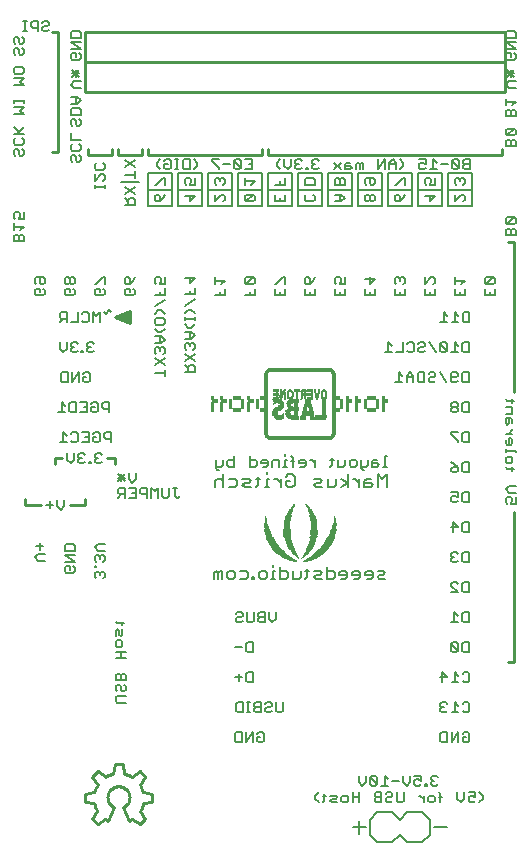
<source format=gbo>
G75*
G70*
%OFA0B0*%
%FSLAX24Y24*%
%IPPOS*%
%LPD*%
%AMOC8*
5,1,8,0,0,1.08239X$1,22.5*
%
%ADD10C,0.0060*%
%ADD11C,0.0100*%
%ADD12C,0.0070*%
%ADD13C,0.0080*%
%ADD14R,0.2010X0.0010*%
%ADD15R,0.2110X0.0010*%
%ADD16R,0.2170X0.0010*%
%ADD17R,0.2190X0.0010*%
%ADD18R,0.2230X0.0010*%
%ADD19R,0.2250X0.0010*%
%ADD20R,0.2270X0.0010*%
%ADD21R,0.2290X0.0010*%
%ADD22R,0.2300X0.0010*%
%ADD23R,0.2310X0.0010*%
%ADD24R,0.2330X0.0010*%
%ADD25R,0.0140X0.0010*%
%ADD26R,0.0130X0.0010*%
%ADD27R,0.0120X0.0010*%
%ADD28R,0.0110X0.0010*%
%ADD29R,0.0070X0.0010*%
%ADD30R,0.0520X0.0010*%
%ADD31R,0.0170X0.0010*%
%ADD32R,0.0260X0.0010*%
%ADD33R,0.0530X0.0010*%
%ADD34R,0.0300X0.0010*%
%ADD35R,0.0210X0.0010*%
%ADD36R,0.0330X0.0010*%
%ADD37R,0.0350X0.0010*%
%ADD38R,0.0290X0.0010*%
%ADD39R,0.0370X0.0010*%
%ADD40R,0.0310X0.0010*%
%ADD41R,0.0150X0.0010*%
%ADD42R,0.0160X0.0010*%
%ADD43R,0.0380X0.0010*%
%ADD44R,0.0320X0.0010*%
%ADD45R,0.0390X0.0010*%
%ADD46R,0.0400X0.0010*%
%ADD47R,0.0340X0.0010*%
%ADD48R,0.0410X0.0010*%
%ADD49R,0.0420X0.0010*%
%ADD50R,0.0430X0.0010*%
%ADD51R,0.0360X0.0010*%
%ADD52R,0.0230X0.0010*%
%ADD53R,0.0200X0.0010*%
%ADD54R,0.0190X0.0010*%
%ADD55R,0.0080X0.0010*%
%ADD56R,0.0180X0.0010*%
%ADD57R,0.0060X0.0010*%
%ADD58R,0.0040X0.0010*%
%ADD59R,0.0030X0.0010*%
%ADD60R,0.0020X0.0010*%
%ADD61R,0.0010X0.0010*%
%ADD62R,0.0100X0.0010*%
%ADD63R,0.0280X0.0010*%
%ADD64R,0.0220X0.0010*%
%ADD65R,0.0250X0.0010*%
%ADD66R,0.0270X0.0010*%
%ADD67R,0.0240X0.0010*%
%ADD68R,0.0090X0.0010*%
%ADD69R,0.0050X0.0010*%
%ADD70R,0.2210X0.0010*%
%ADD71R,0.2130X0.0010*%
%ADD72R,0.2050X0.0010*%
%ADD73R,0.0005X0.0005*%
%ADD74R,0.0035X0.0005*%
%ADD75R,0.0025X0.0005*%
%ADD76R,0.0060X0.0005*%
%ADD77R,0.0090X0.0005*%
%ADD78R,0.0085X0.0005*%
%ADD79R,0.0110X0.0005*%
%ADD80R,0.0115X0.0005*%
%ADD81R,0.0120X0.0005*%
%ADD82R,0.0125X0.0005*%
%ADD83R,0.0150X0.0005*%
%ADD84R,0.0145X0.0005*%
%ADD85R,0.0155X0.0005*%
%ADD86R,0.0160X0.0005*%
%ADD87R,0.0170X0.0005*%
%ADD88R,0.0175X0.0005*%
%ADD89R,0.0180X0.0005*%
%ADD90R,0.0195X0.0005*%
%ADD91R,0.0190X0.0005*%
%ADD92R,0.0200X0.0005*%
%ADD93R,0.0205X0.0005*%
%ADD94R,0.0010X0.0005*%
%ADD95R,0.0220X0.0005*%
%ADD96R,0.0225X0.0005*%
%ADD97R,0.0230X0.0005*%
%ADD98R,0.0235X0.0005*%
%ADD99R,0.0245X0.0005*%
%ADD100R,0.0240X0.0005*%
%ADD101R,0.0250X0.0005*%
%ADD102R,0.0015X0.0005*%
%ADD103R,0.0255X0.0005*%
%ADD104R,0.0260X0.0005*%
%ADD105R,0.0020X0.0005*%
%ADD106R,0.0270X0.0005*%
%ADD107R,0.0030X0.0005*%
%ADD108R,0.0265X0.0005*%
%ADD109R,0.0275X0.0005*%
%ADD110R,0.0040X0.0005*%
%ADD111R,0.0045X0.0005*%
%ADD112R,0.0280X0.0005*%
%ADD113R,0.0050X0.0005*%
%ADD114R,0.0055X0.0005*%
%ADD115R,0.0065X0.0005*%
%ADD116R,0.0285X0.0005*%
%ADD117R,0.0070X0.0005*%
%ADD118R,0.0290X0.0005*%
%ADD119R,0.0075X0.0005*%
%ADD120R,0.0295X0.0005*%
%ADD121R,0.0080X0.0005*%
%ADD122R,0.0095X0.0005*%
%ADD123R,0.0100X0.0005*%
%ADD124R,0.0105X0.0005*%
%ADD125R,0.0300X0.0005*%
%ADD126R,0.0130X0.0005*%
%ADD127R,0.0305X0.0005*%
%ADD128R,0.0135X0.0005*%
%ADD129R,0.0140X0.0005*%
%ADD130R,0.0165X0.0005*%
%ADD131R,0.0185X0.0005*%
%ADD132R,0.0210X0.0005*%
%ADD133R,0.0215X0.0005*%
D10*
X006715Y005445D02*
X006715Y005558D01*
X006772Y005615D01*
X007055Y005615D01*
X006998Y005756D02*
X007055Y005813D01*
X007055Y005926D01*
X006998Y005983D01*
X006885Y005926D02*
X006828Y005983D01*
X006772Y005983D01*
X006715Y005926D01*
X006715Y005813D01*
X006772Y005756D01*
X006885Y005813D02*
X006885Y005926D01*
X006885Y005813D02*
X006942Y005756D01*
X006998Y005756D01*
X007055Y005388D02*
X006772Y005388D01*
X006715Y005445D01*
X006715Y006125D02*
X006715Y006295D01*
X006772Y006352D01*
X006828Y006352D01*
X006885Y006295D01*
X006885Y006125D01*
X006885Y006295D02*
X006942Y006352D01*
X006998Y006352D01*
X007055Y006295D01*
X007055Y006125D01*
X006715Y006125D01*
X006715Y006861D02*
X007055Y006861D01*
X006885Y006861D02*
X006885Y007088D01*
X006885Y007230D02*
X006772Y007230D01*
X006715Y007286D01*
X006715Y007400D01*
X006772Y007456D01*
X006885Y007456D01*
X006942Y007400D01*
X006942Y007286D01*
X006885Y007230D01*
X007055Y007088D02*
X006715Y007088D01*
X006715Y007598D02*
X006715Y007768D01*
X006772Y007825D01*
X006828Y007768D01*
X006828Y007655D01*
X006885Y007598D01*
X006942Y007655D01*
X006942Y007825D01*
X006942Y007966D02*
X006942Y008080D01*
X006998Y008023D02*
X006772Y008023D01*
X006715Y008080D01*
X006298Y009523D02*
X006355Y009579D01*
X006355Y009693D01*
X006298Y009750D01*
X006242Y009750D01*
X006185Y009693D01*
X006128Y009750D01*
X006072Y009750D01*
X006015Y009693D01*
X006015Y009579D01*
X006072Y009523D01*
X006185Y009636D02*
X006185Y009693D01*
X006072Y009891D02*
X006072Y009948D01*
X006015Y009948D01*
X006015Y009891D01*
X006072Y009891D01*
X006072Y010075D02*
X006015Y010132D01*
X006015Y010245D01*
X006072Y010302D01*
X006128Y010302D01*
X006185Y010245D01*
X006185Y010189D01*
X006185Y010245D02*
X006242Y010302D01*
X006298Y010302D01*
X006355Y010245D01*
X006355Y010132D01*
X006298Y010075D01*
X006355Y010443D02*
X006128Y010443D01*
X006015Y010557D01*
X006128Y010670D01*
X006355Y010670D01*
X005355Y010614D02*
X005355Y010444D01*
X005015Y010444D01*
X005015Y010614D01*
X005072Y010670D01*
X005298Y010670D01*
X005355Y010614D01*
X005355Y010302D02*
X005015Y010302D01*
X005355Y010075D01*
X005015Y010075D01*
X005072Y009934D02*
X005185Y009934D01*
X005185Y009820D01*
X005072Y009707D02*
X005015Y009764D01*
X005015Y009877D01*
X005072Y009934D01*
X005298Y009934D02*
X005355Y009877D01*
X005355Y009764D01*
X005298Y009707D01*
X005072Y009707D01*
X004355Y010112D02*
X004128Y010112D01*
X004015Y010225D01*
X004128Y010339D01*
X004355Y010339D01*
X004185Y010480D02*
X004185Y010707D01*
X004298Y010594D02*
X004072Y010594D01*
X004523Y011869D02*
X004523Y012095D01*
X004410Y011982D02*
X004637Y011982D01*
X004778Y011925D02*
X004778Y012152D01*
X004778Y011925D02*
X004891Y011812D01*
X005005Y011925D01*
X005005Y012152D01*
X005221Y013362D02*
X005107Y013475D01*
X005107Y013702D01*
X005334Y013702D02*
X005334Y013475D01*
X005221Y013362D01*
X005476Y013419D02*
X005532Y013362D01*
X005646Y013362D01*
X005702Y013419D01*
X005830Y013419D02*
X005830Y013362D01*
X005887Y013362D01*
X005887Y013419D01*
X005830Y013419D01*
X006028Y013419D02*
X006085Y013362D01*
X006198Y013362D01*
X006255Y013419D01*
X006141Y013532D02*
X006085Y013532D01*
X006028Y013475D01*
X006028Y013419D01*
X006085Y013532D02*
X006028Y013589D01*
X006028Y013645D01*
X006085Y013702D01*
X006198Y013702D01*
X006255Y013645D01*
X006130Y014062D02*
X006016Y014062D01*
X005960Y014119D01*
X005960Y014232D01*
X006073Y014232D01*
X005960Y014345D02*
X006016Y014402D01*
X006130Y014402D01*
X006187Y014345D01*
X006187Y014119D01*
X006130Y014062D01*
X006328Y014232D02*
X006385Y014175D01*
X006555Y014175D01*
X006555Y014062D02*
X006555Y014402D01*
X006385Y014402D01*
X006328Y014345D01*
X006328Y014232D01*
X005818Y014232D02*
X005705Y014232D01*
X005591Y014402D02*
X005818Y014402D01*
X005818Y014062D01*
X005591Y014062D01*
X005450Y014119D02*
X005393Y014062D01*
X005280Y014062D01*
X005223Y014119D01*
X005082Y014062D02*
X004855Y014062D01*
X004968Y014062D02*
X004968Y014402D01*
X005082Y014289D01*
X005223Y014345D02*
X005280Y014402D01*
X005393Y014402D01*
X005450Y014345D01*
X005450Y014119D01*
X005532Y013702D02*
X005476Y013645D01*
X005476Y013589D01*
X005532Y013532D01*
X005476Y013475D01*
X005476Y013419D01*
X005532Y013532D02*
X005589Y013532D01*
X005702Y013645D02*
X005646Y013702D01*
X005532Y013702D01*
X005541Y015062D02*
X005768Y015062D01*
X005768Y015402D01*
X005541Y015402D01*
X005400Y015402D02*
X005230Y015402D01*
X005173Y015345D01*
X005173Y015119D01*
X005230Y015062D01*
X005400Y015062D01*
X005400Y015402D01*
X005655Y015232D02*
X005768Y015232D01*
X005910Y015232D02*
X006023Y015232D01*
X005910Y015232D02*
X005910Y015119D01*
X005966Y015062D01*
X006080Y015062D01*
X006137Y015119D01*
X006137Y015345D01*
X006080Y015402D01*
X005966Y015402D01*
X005910Y015345D01*
X006278Y015345D02*
X006278Y015232D01*
X006335Y015175D01*
X006505Y015175D01*
X006505Y015062D02*
X006505Y015402D01*
X006335Y015402D01*
X006278Y015345D01*
X005798Y016062D02*
X005685Y016062D01*
X005628Y016119D01*
X005628Y016232D01*
X005741Y016232D01*
X005628Y016345D02*
X005685Y016402D01*
X005798Y016402D01*
X005855Y016345D01*
X005855Y016119D01*
X005798Y016062D01*
X005487Y016062D02*
X005487Y016402D01*
X005260Y016062D01*
X005260Y016402D01*
X005118Y016402D02*
X005118Y016062D01*
X004948Y016062D01*
X004891Y016119D01*
X004891Y016345D01*
X004948Y016402D01*
X005118Y016402D01*
X004971Y017062D02*
X004857Y017175D01*
X004857Y017402D01*
X005084Y017402D02*
X005084Y017175D01*
X004971Y017062D01*
X005226Y017119D02*
X005282Y017062D01*
X005396Y017062D01*
X005452Y017119D01*
X005580Y017119D02*
X005580Y017062D01*
X005637Y017062D01*
X005637Y017119D01*
X005580Y017119D01*
X005778Y017119D02*
X005835Y017062D01*
X005948Y017062D01*
X006005Y017119D01*
X005891Y017232D02*
X005835Y017232D01*
X005778Y017175D01*
X005778Y017119D01*
X005835Y017232D02*
X005778Y017289D01*
X005778Y017345D01*
X005835Y017402D01*
X005948Y017402D01*
X006005Y017345D01*
X005960Y018062D02*
X005960Y018402D01*
X006073Y018289D01*
X006187Y018402D01*
X006187Y018062D01*
X006385Y018345D02*
X006328Y018402D01*
X006385Y018345D02*
X006498Y018459D01*
X006555Y018402D01*
X006298Y018962D02*
X006072Y018962D01*
X006015Y019019D01*
X006015Y019132D01*
X006072Y019189D01*
X006185Y019189D01*
X006185Y019075D01*
X006298Y018962D02*
X006355Y019019D01*
X006355Y019132D01*
X006298Y019189D01*
X006355Y019330D02*
X006355Y019557D01*
X006298Y019557D01*
X006072Y019330D01*
X006015Y019330D01*
X005355Y019387D02*
X005355Y019500D01*
X005298Y019557D01*
X005242Y019557D01*
X005185Y019500D01*
X005185Y019387D01*
X005242Y019330D01*
X005298Y019330D01*
X005355Y019387D01*
X005185Y019387D02*
X005128Y019330D01*
X005072Y019330D01*
X005015Y019387D01*
X005015Y019500D01*
X005072Y019557D01*
X005128Y019557D01*
X005185Y019500D01*
X005185Y019189D02*
X005072Y019189D01*
X005015Y019132D01*
X005015Y019019D01*
X005072Y018962D01*
X005298Y018962D01*
X005355Y019019D01*
X005355Y019132D01*
X005298Y019189D01*
X005185Y019189D02*
X005185Y019075D01*
X005082Y018402D02*
X004912Y018402D01*
X004855Y018345D01*
X004855Y018232D01*
X004912Y018175D01*
X005082Y018175D01*
X005082Y018062D02*
X005082Y018402D01*
X004968Y018175D02*
X004855Y018062D01*
X005223Y018062D02*
X005450Y018062D01*
X005450Y018402D01*
X005591Y018345D02*
X005648Y018402D01*
X005762Y018402D01*
X005818Y018345D01*
X005818Y018119D01*
X005762Y018062D01*
X005648Y018062D01*
X005591Y018119D01*
X005396Y017402D02*
X005282Y017402D01*
X005226Y017345D01*
X005226Y017289D01*
X005282Y017232D01*
X005226Y017175D01*
X005226Y017119D01*
X005282Y017232D02*
X005339Y017232D01*
X005452Y017345D02*
X005396Y017402D01*
X004298Y018962D02*
X004355Y019019D01*
X004355Y019132D01*
X004298Y019189D01*
X004185Y019189D02*
X004185Y019075D01*
X004185Y019189D02*
X004072Y019189D01*
X004015Y019132D01*
X004015Y019019D01*
X004072Y018962D01*
X004298Y018962D01*
X004298Y019330D02*
X004242Y019330D01*
X004185Y019387D01*
X004185Y019557D01*
X004298Y019557D02*
X004355Y019500D01*
X004355Y019387D01*
X004298Y019330D01*
X004072Y019330D02*
X004015Y019387D01*
X004015Y019500D01*
X004072Y019557D01*
X004298Y019557D01*
X003655Y020762D02*
X003315Y020762D01*
X003315Y020932D01*
X003372Y020989D01*
X003428Y020989D01*
X003485Y020932D01*
X003485Y020762D01*
X003485Y020932D02*
X003542Y020989D01*
X003598Y020989D01*
X003655Y020932D01*
X003655Y020762D01*
X003542Y021130D02*
X003655Y021244D01*
X003315Y021244D01*
X003315Y021357D02*
X003315Y021130D01*
X003372Y021498D02*
X003315Y021555D01*
X003315Y021669D01*
X003372Y021725D01*
X003485Y021725D01*
X003542Y021669D01*
X003542Y021612D01*
X003485Y021498D01*
X003655Y021498D01*
X003655Y021725D01*
X003598Y023607D02*
X003542Y023607D01*
X003485Y023664D01*
X003485Y023777D01*
X003428Y023834D01*
X003372Y023834D01*
X003315Y023777D01*
X003315Y023664D01*
X003372Y023607D01*
X003598Y023607D02*
X003655Y023664D01*
X003655Y023777D01*
X003598Y023834D01*
X003598Y023975D02*
X003372Y023975D01*
X003315Y024032D01*
X003315Y024145D01*
X003372Y024202D01*
X003428Y024344D02*
X003655Y024570D01*
X003655Y024344D02*
X003315Y024344D01*
X003485Y024400D02*
X003315Y024570D01*
X003315Y024998D02*
X003655Y024998D01*
X003542Y025111D01*
X003655Y025225D01*
X003315Y025225D01*
X003315Y025366D02*
X003315Y025480D01*
X003315Y025423D02*
X003655Y025423D01*
X003655Y025366D02*
X003655Y025480D01*
X003655Y025975D02*
X003315Y025975D01*
X003315Y026202D02*
X003655Y026202D01*
X003542Y026089D01*
X003655Y025975D01*
X003598Y026344D02*
X003372Y026344D01*
X003315Y026400D01*
X003315Y026514D01*
X003372Y026570D01*
X003598Y026570D01*
X003655Y026514D01*
X003655Y026400D01*
X003598Y026344D01*
X003598Y026975D02*
X003542Y026975D01*
X003485Y027032D01*
X003485Y027145D01*
X003428Y027202D01*
X003372Y027202D01*
X003315Y027145D01*
X003315Y027032D01*
X003372Y026975D01*
X003598Y026975D02*
X003655Y027032D01*
X003655Y027145D01*
X003598Y027202D01*
X003598Y027344D02*
X003542Y027344D01*
X003485Y027400D01*
X003485Y027514D01*
X003428Y027570D01*
X003372Y027570D01*
X003315Y027514D01*
X003315Y027400D01*
X003372Y027344D01*
X003598Y027344D02*
X003655Y027400D01*
X003655Y027514D01*
X003598Y027570D01*
X003637Y027762D02*
X003750Y027762D01*
X003694Y027762D02*
X003694Y028102D01*
X003750Y028102D02*
X003637Y028102D01*
X003892Y028045D02*
X003892Y027932D01*
X003949Y027875D01*
X004119Y027875D01*
X004119Y027762D02*
X004119Y028102D01*
X003949Y028102D01*
X003892Y028045D01*
X004260Y028045D02*
X004317Y028102D01*
X004430Y028102D01*
X004487Y028045D01*
X004487Y027989D01*
X004430Y027932D01*
X004317Y027932D01*
X004260Y027875D01*
X004260Y027819D01*
X004317Y027762D01*
X004430Y027762D01*
X004487Y027819D01*
X005215Y027714D02*
X005215Y027544D01*
X005555Y027544D01*
X005555Y027714D01*
X005498Y027770D01*
X005272Y027770D01*
X005215Y027714D01*
X005215Y027402D02*
X005555Y027402D01*
X005555Y027175D02*
X005215Y027175D01*
X005272Y027034D02*
X005385Y027034D01*
X005385Y026920D01*
X005498Y026807D02*
X005272Y026807D01*
X005215Y026864D01*
X005215Y026977D01*
X005272Y027034D01*
X005498Y027034D02*
X005555Y026977D01*
X005555Y026864D01*
X005498Y026807D01*
X005555Y027175D02*
X005215Y027402D01*
X005272Y026470D02*
X005498Y026244D01*
X005498Y026357D02*
X005272Y026357D01*
X005272Y026244D02*
X005498Y026470D01*
X005385Y026470D02*
X005385Y026244D01*
X005328Y026102D02*
X005555Y026102D01*
X005328Y026102D02*
X005215Y025989D01*
X005328Y025875D01*
X005555Y025875D01*
X005442Y025570D02*
X005215Y025570D01*
X005385Y025570D02*
X005385Y025344D01*
X005442Y025344D02*
X005555Y025457D01*
X005442Y025570D01*
X005442Y025344D02*
X005215Y025344D01*
X005272Y025202D02*
X005498Y025202D01*
X005555Y025145D01*
X005555Y024975D01*
X005215Y024975D01*
X005215Y025145D01*
X005272Y025202D01*
X005272Y024834D02*
X005215Y024777D01*
X005215Y024664D01*
X005272Y024607D01*
X005385Y024664D02*
X005385Y024777D01*
X005328Y024834D01*
X005272Y024834D01*
X005385Y024664D02*
X005442Y024607D01*
X005498Y024607D01*
X005555Y024664D01*
X005555Y024777D01*
X005498Y024834D01*
X005215Y024370D02*
X005215Y024144D01*
X005555Y024144D01*
X005498Y024002D02*
X005555Y023945D01*
X005555Y023832D01*
X005498Y023775D01*
X005272Y023775D01*
X005215Y023832D01*
X005215Y023945D01*
X005272Y024002D01*
X005272Y023634D02*
X005215Y023577D01*
X005215Y023464D01*
X005272Y023407D01*
X005385Y023464D02*
X005385Y023577D01*
X005328Y023634D01*
X005272Y023634D01*
X005385Y023464D02*
X005442Y023407D01*
X005498Y023407D01*
X005555Y023464D01*
X005555Y023577D01*
X005498Y023634D01*
X006015Y023314D02*
X006072Y023370D01*
X006015Y023314D02*
X006015Y023200D01*
X006072Y023143D01*
X006298Y023143D01*
X006355Y023200D01*
X006355Y023314D01*
X006298Y023370D01*
X006298Y023002D02*
X006355Y022945D01*
X006355Y022832D01*
X006298Y022775D01*
X006355Y022643D02*
X006355Y022530D01*
X006355Y022586D02*
X006015Y022586D01*
X006015Y022530D02*
X006015Y022643D01*
X006015Y022775D02*
X006242Y023002D01*
X006298Y023002D01*
X006015Y023002D02*
X006015Y022775D01*
X006885Y022732D02*
X007485Y022732D01*
X007355Y022875D02*
X007355Y023102D01*
X007355Y022989D02*
X007015Y022989D01*
X007015Y023244D02*
X007355Y023470D01*
X007355Y023244D02*
X007015Y023470D01*
X007015Y022570D02*
X007355Y022344D01*
X007298Y022202D02*
X007185Y022202D01*
X007128Y022145D01*
X007128Y021975D01*
X007015Y021975D02*
X007355Y021975D01*
X007355Y022145D01*
X007298Y022202D01*
X007128Y022089D02*
X007015Y022202D01*
X007015Y022344D02*
X007355Y022570D01*
X007785Y022482D02*
X007785Y021932D01*
X008585Y021932D01*
X008585Y022482D01*
X008585Y023032D01*
X007785Y023032D01*
X007785Y022482D01*
X008585Y022482D01*
X008785Y022482D02*
X008785Y021932D01*
X009585Y021932D01*
X009585Y022482D01*
X008785Y022482D01*
X008785Y023032D01*
X009585Y023032D01*
X009585Y022482D01*
X009785Y022482D02*
X009785Y021932D01*
X010585Y021932D01*
X010585Y022482D01*
X009785Y022482D01*
X009785Y023032D01*
X010585Y023032D01*
X010585Y022482D01*
X010785Y022482D02*
X011585Y022482D01*
X011785Y022482D02*
X011785Y021932D01*
X012585Y021932D01*
X012585Y022482D01*
X011785Y022482D01*
X011785Y023032D01*
X012585Y023032D01*
X012585Y022482D01*
X012785Y022482D02*
X013585Y022482D01*
X013585Y023032D01*
X012785Y023032D01*
X012785Y022482D01*
X012785Y021932D01*
X013585Y021932D01*
X013585Y022482D01*
X013785Y022482D02*
X013785Y021932D01*
X014585Y021932D01*
X014585Y022482D01*
X013785Y022482D01*
X013785Y023032D01*
X014585Y023032D01*
X014585Y022482D01*
X014785Y022482D02*
X014785Y021932D01*
X015585Y021932D01*
X015585Y022482D01*
X014785Y022482D01*
X014785Y023032D01*
X015585Y023032D01*
X015585Y022482D01*
X015785Y022482D02*
X015785Y021932D01*
X016585Y021932D01*
X016585Y022482D01*
X016585Y023032D01*
X015785Y023032D01*
X015785Y022482D01*
X016585Y022482D01*
X016785Y022482D02*
X016785Y021932D01*
X017585Y021932D01*
X017585Y022482D01*
X016785Y022482D01*
X016785Y023032D01*
X017585Y023032D01*
X017585Y022482D01*
X017785Y022482D02*
X017785Y021932D01*
X018585Y021932D01*
X018585Y022482D01*
X017785Y022482D01*
X017785Y023032D01*
X018585Y023032D01*
X018585Y022482D01*
X018355Y022700D02*
X018355Y022814D01*
X018298Y022870D01*
X018242Y022870D01*
X018185Y022814D01*
X018128Y022870D01*
X018072Y022870D01*
X018015Y022814D01*
X018015Y022700D01*
X018072Y022644D01*
X018185Y022757D02*
X018185Y022814D01*
X018298Y022644D02*
X018355Y022700D01*
X018298Y022320D02*
X018355Y022264D01*
X018355Y022150D01*
X018298Y022094D01*
X018298Y022320D02*
X018242Y022320D01*
X018015Y022094D01*
X018015Y022320D01*
X017985Y023162D02*
X018098Y023162D01*
X018155Y023219D01*
X017928Y023445D01*
X017928Y023219D01*
X017985Y023162D01*
X018155Y023219D02*
X018155Y023445D01*
X018098Y023502D01*
X017985Y023502D01*
X017928Y023445D01*
X017787Y023332D02*
X017560Y023332D01*
X017418Y023389D02*
X017305Y023502D01*
X017305Y023162D01*
X017418Y023162D02*
X017191Y023162D01*
X017050Y023219D02*
X016993Y023162D01*
X016880Y023162D01*
X016823Y023219D01*
X016823Y023332D01*
X016880Y023389D01*
X016936Y023389D01*
X017050Y023332D01*
X017050Y023502D01*
X016823Y023502D01*
X017072Y022870D02*
X017015Y022814D01*
X017015Y022700D01*
X017072Y022644D01*
X017185Y022644D02*
X017242Y022757D01*
X017242Y022814D01*
X017185Y022870D01*
X017072Y022870D01*
X017185Y022644D02*
X017355Y022644D01*
X017355Y022870D01*
X017185Y022320D02*
X017185Y022094D01*
X017355Y022264D01*
X017015Y022264D01*
X016355Y022320D02*
X016298Y022207D01*
X016185Y022094D01*
X016185Y022264D01*
X016128Y022320D01*
X016072Y022320D01*
X016015Y022264D01*
X016015Y022150D01*
X016072Y022094D01*
X016185Y022094D01*
X016072Y022644D02*
X016015Y022644D01*
X016072Y022644D02*
X016298Y022870D01*
X016355Y022870D01*
X016355Y022644D01*
X016200Y023162D02*
X016313Y023275D01*
X016313Y023389D01*
X016200Y023502D01*
X016068Y023389D02*
X016068Y023162D01*
X016068Y023332D02*
X015841Y023332D01*
X015841Y023389D02*
X015841Y023162D01*
X015699Y023162D02*
X015699Y023502D01*
X015473Y023162D01*
X015473Y023502D01*
X015841Y023389D02*
X015954Y023502D01*
X016068Y023389D01*
X015355Y022814D02*
X015355Y022700D01*
X015298Y022644D01*
X015242Y022644D01*
X015185Y022700D01*
X015185Y022870D01*
X015298Y022870D02*
X015355Y022814D01*
X015298Y022870D02*
X015072Y022870D01*
X015015Y022814D01*
X015015Y022700D01*
X015072Y022644D01*
X015072Y022320D02*
X015015Y022264D01*
X015015Y022150D01*
X015072Y022094D01*
X015128Y022094D01*
X015185Y022150D01*
X015185Y022264D01*
X015128Y022320D01*
X015072Y022320D01*
X015185Y022264D02*
X015242Y022320D01*
X015298Y022320D01*
X015355Y022264D01*
X015355Y022150D01*
X015298Y022094D01*
X015242Y022094D01*
X015185Y022150D01*
X014355Y022207D02*
X014242Y022320D01*
X014015Y022320D01*
X014185Y022320D02*
X014185Y022094D01*
X014242Y022094D02*
X014355Y022207D01*
X014242Y022094D02*
X014015Y022094D01*
X014015Y022644D02*
X014015Y022814D01*
X014072Y022870D01*
X014128Y022870D01*
X014185Y022814D01*
X014185Y022644D01*
X014185Y022814D02*
X014242Y022870D01*
X014298Y022870D01*
X014355Y022814D01*
X014355Y022644D01*
X014015Y022644D01*
X013999Y023162D02*
X014226Y023389D01*
X014368Y023332D02*
X014368Y023162D01*
X014538Y023162D01*
X014595Y023219D01*
X014538Y023275D01*
X014368Y023275D01*
X014368Y023332D02*
X014424Y023389D01*
X014538Y023389D01*
X014736Y023332D02*
X014736Y023162D01*
X014849Y023162D02*
X014849Y023332D01*
X014793Y023389D01*
X014736Y023332D01*
X014849Y023332D02*
X014906Y023389D01*
X014963Y023389D01*
X014963Y023162D01*
X014226Y023162D02*
X013999Y023389D01*
X013490Y023445D02*
X013433Y023502D01*
X013320Y023502D01*
X013263Y023445D01*
X013263Y023389D01*
X013320Y023332D01*
X013263Y023275D01*
X013263Y023219D01*
X013320Y023162D01*
X013433Y023162D01*
X013490Y023219D01*
X013376Y023332D02*
X013320Y023332D01*
X013121Y023219D02*
X013065Y023219D01*
X013065Y023162D01*
X013121Y023162D01*
X013121Y023219D01*
X012937Y023219D02*
X012881Y023162D01*
X012767Y023162D01*
X012710Y023219D01*
X012710Y023275D01*
X012767Y023332D01*
X012824Y023332D01*
X012767Y023332D02*
X012710Y023389D01*
X012710Y023445D01*
X012767Y023502D01*
X012881Y023502D01*
X012937Y023445D01*
X012569Y023502D02*
X012569Y023275D01*
X012455Y023162D01*
X012342Y023275D01*
X012342Y023502D01*
X012201Y023502D02*
X012087Y023389D01*
X012087Y023275D01*
X012201Y023162D01*
X012355Y022870D02*
X012355Y022644D01*
X012015Y022644D01*
X012185Y022644D02*
X012185Y022757D01*
X012015Y022320D02*
X012015Y022094D01*
X012355Y022094D01*
X012355Y022320D01*
X012185Y022207D02*
X012185Y022094D01*
X011585Y021932D02*
X010785Y021932D01*
X010785Y023032D01*
X011585Y023032D01*
X011585Y021932D01*
X011355Y022150D02*
X011355Y022264D01*
X011298Y022320D01*
X011072Y022094D01*
X011015Y022150D01*
X011015Y022264D01*
X011072Y022320D01*
X011298Y022320D01*
X011355Y022150D02*
X011298Y022094D01*
X011072Y022094D01*
X011015Y022644D02*
X011015Y022870D01*
X011015Y022757D02*
X011355Y022757D01*
X011242Y022644D01*
X011270Y023162D02*
X011043Y023162D01*
X010901Y023219D02*
X010901Y023445D01*
X010845Y023502D01*
X010731Y023502D01*
X010675Y023445D01*
X010901Y023219D01*
X010845Y023162D01*
X010731Y023162D01*
X010675Y023219D01*
X010675Y023445D01*
X010533Y023332D02*
X010306Y023332D01*
X010165Y023219D02*
X010165Y023162D01*
X010165Y023219D02*
X009938Y023445D01*
X009938Y023502D01*
X010165Y023502D01*
X010128Y022870D02*
X010072Y022870D01*
X010015Y022814D01*
X010015Y022700D01*
X010072Y022644D01*
X010185Y022757D02*
X010185Y022814D01*
X010128Y022870D01*
X010185Y022814D02*
X010242Y022870D01*
X010298Y022870D01*
X010355Y022814D01*
X010355Y022700D01*
X010298Y022644D01*
X010298Y022320D02*
X010355Y022264D01*
X010355Y022150D01*
X010298Y022094D01*
X010298Y022320D02*
X010242Y022320D01*
X010015Y022094D01*
X010015Y022320D01*
X009355Y022264D02*
X009185Y022094D01*
X009185Y022320D01*
X009015Y022264D02*
X009355Y022264D01*
X009355Y022644D02*
X009185Y022644D01*
X009242Y022757D01*
X009242Y022814D01*
X009185Y022870D01*
X009072Y022870D01*
X009015Y022814D01*
X009015Y022700D01*
X009072Y022644D01*
X009355Y022644D02*
X009355Y022870D01*
X009315Y023162D02*
X009428Y023275D01*
X009428Y023389D01*
X009315Y023502D01*
X009183Y023502D02*
X009183Y023162D01*
X009013Y023162D01*
X008956Y023219D01*
X008956Y023445D01*
X009013Y023502D01*
X009183Y023502D01*
X008814Y023502D02*
X008701Y023502D01*
X008758Y023502D02*
X008758Y023162D01*
X008814Y023162D02*
X008701Y023162D01*
X008569Y023219D02*
X008569Y023445D01*
X008512Y023502D01*
X008399Y023502D01*
X008342Y023445D01*
X008342Y023332D02*
X008455Y023332D01*
X008342Y023332D02*
X008342Y023219D01*
X008399Y023162D01*
X008512Y023162D01*
X008569Y023219D01*
X008355Y022870D02*
X008298Y022870D01*
X008072Y022644D01*
X008015Y022644D01*
X008072Y022320D02*
X008015Y022264D01*
X008015Y022150D01*
X008072Y022094D01*
X008185Y022094D01*
X008185Y022264D01*
X008128Y022320D01*
X008072Y022320D01*
X008298Y022207D02*
X008185Y022094D01*
X008298Y022207D02*
X008355Y022320D01*
X008355Y022644D02*
X008355Y022870D01*
X008201Y023162D02*
X008087Y023275D01*
X008087Y023389D01*
X008201Y023502D01*
X009185Y019585D02*
X009185Y019358D01*
X009355Y019528D01*
X009015Y019528D01*
X009185Y019103D02*
X009185Y018990D01*
X009015Y018990D02*
X009355Y018990D01*
X009355Y019217D01*
X009355Y018848D02*
X009015Y018622D01*
X009128Y018489D02*
X009015Y018376D01*
X009015Y018244D02*
X009015Y018131D01*
X009015Y018187D02*
X009355Y018187D01*
X009355Y018131D02*
X009355Y018244D01*
X009355Y018376D02*
X009242Y018489D01*
X009128Y018489D01*
X009015Y017998D02*
X009128Y017885D01*
X009242Y017885D01*
X009355Y017998D01*
X009242Y017744D02*
X009015Y017744D01*
X009185Y017744D02*
X009185Y017517D01*
X009242Y017517D02*
X009355Y017630D01*
X009242Y017744D01*
X009242Y017517D02*
X009015Y017517D01*
X009072Y017375D02*
X009015Y017319D01*
X009015Y017205D01*
X009072Y017148D01*
X009015Y017007D02*
X009355Y016780D01*
X009298Y016639D02*
X009185Y016639D01*
X009128Y016582D01*
X009128Y016412D01*
X009015Y016412D02*
X009355Y016412D01*
X009355Y016582D01*
X009298Y016639D01*
X009128Y016525D02*
X009015Y016639D01*
X009015Y016780D02*
X009355Y017007D01*
X009298Y017148D02*
X009355Y017205D01*
X009355Y017319D01*
X009298Y017375D01*
X009242Y017375D01*
X009185Y017319D01*
X009128Y017375D01*
X009072Y017375D01*
X009185Y017319D02*
X009185Y017262D01*
X008355Y017169D02*
X008298Y017225D01*
X008242Y017225D01*
X008185Y017169D01*
X008128Y017225D01*
X008072Y017225D01*
X008015Y017169D01*
X008015Y017055D01*
X008072Y016998D01*
X008015Y016857D02*
X008355Y016630D01*
X008355Y016489D02*
X008355Y016262D01*
X008355Y016375D02*
X008015Y016375D01*
X008015Y016630D02*
X008355Y016857D01*
X008298Y016998D02*
X008355Y017055D01*
X008355Y017169D01*
X008185Y017169D02*
X008185Y017112D01*
X008185Y017367D02*
X008185Y017594D01*
X008242Y017594D02*
X008015Y017594D01*
X008128Y017735D02*
X008015Y017848D01*
X008072Y017981D02*
X008015Y018037D01*
X008015Y018151D01*
X008072Y018207D01*
X008298Y018207D01*
X008355Y018151D01*
X008355Y018037D01*
X008298Y017981D01*
X008072Y017981D01*
X008128Y017735D02*
X008242Y017735D01*
X008355Y017848D01*
X008242Y017594D02*
X008355Y017480D01*
X008242Y017367D01*
X008015Y017367D01*
X008015Y018349D02*
X008128Y018462D01*
X008242Y018462D01*
X008355Y018349D01*
X008015Y018594D02*
X008355Y018821D01*
X008355Y018963D02*
X008355Y019190D01*
X008355Y019331D02*
X008185Y019331D01*
X008242Y019444D01*
X008242Y019501D01*
X008185Y019558D01*
X008072Y019558D01*
X008015Y019501D01*
X008015Y019388D01*
X008072Y019331D01*
X008185Y019076D02*
X008185Y018963D01*
X008015Y018963D02*
X008355Y018963D01*
X008355Y019331D02*
X008355Y019558D01*
X007355Y019557D02*
X007298Y019444D01*
X007185Y019330D01*
X007185Y019500D01*
X007128Y019557D01*
X007072Y019557D01*
X007015Y019500D01*
X007015Y019387D01*
X007072Y019330D01*
X007185Y019330D01*
X007185Y019189D02*
X007185Y019075D01*
X007185Y019189D02*
X007072Y019189D01*
X007015Y019132D01*
X007015Y019019D01*
X007072Y018962D01*
X007298Y018962D01*
X007355Y019019D01*
X007355Y019132D01*
X007298Y019189D01*
X010015Y019330D02*
X010015Y019557D01*
X010015Y019444D02*
X010355Y019444D01*
X010242Y019330D01*
X010355Y019189D02*
X010355Y018962D01*
X010015Y018962D01*
X010185Y018962D02*
X010185Y019075D01*
X011015Y018962D02*
X011355Y018962D01*
X011355Y019189D01*
X011298Y019330D02*
X011072Y019330D01*
X011298Y019557D01*
X011072Y019557D01*
X011015Y019500D01*
X011015Y019387D01*
X011072Y019330D01*
X011298Y019330D02*
X011355Y019387D01*
X011355Y019500D01*
X011298Y019557D01*
X011185Y019075D02*
X011185Y018962D01*
X012015Y018962D02*
X012015Y019189D01*
X012015Y019330D02*
X012072Y019330D01*
X012298Y019557D01*
X012355Y019557D01*
X012355Y019330D01*
X012355Y019189D02*
X012355Y018962D01*
X012015Y018962D01*
X012185Y018962D02*
X012185Y019075D01*
X013015Y018962D02*
X013015Y019189D01*
X013072Y019330D02*
X013015Y019387D01*
X013015Y019500D01*
X013072Y019557D01*
X013128Y019557D01*
X013185Y019500D01*
X013185Y019330D01*
X013072Y019330D01*
X013185Y019330D02*
X013298Y019444D01*
X013355Y019557D01*
X013355Y019189D02*
X013355Y018962D01*
X013015Y018962D01*
X013185Y018962D02*
X013185Y019075D01*
X014015Y018962D02*
X014015Y019189D01*
X014072Y019330D02*
X014015Y019387D01*
X014015Y019500D01*
X014072Y019557D01*
X014185Y019557D01*
X014242Y019500D01*
X014242Y019444D01*
X014185Y019330D01*
X014355Y019330D01*
X014355Y019557D01*
X014355Y019189D02*
X014355Y018962D01*
X014015Y018962D01*
X014185Y018962D02*
X014185Y019075D01*
X015015Y018962D02*
X015015Y019189D01*
X015185Y019075D02*
X015185Y018962D01*
X015355Y018962D02*
X015015Y018962D01*
X015355Y018962D02*
X015355Y019189D01*
X015185Y019330D02*
X015185Y019557D01*
X015015Y019500D02*
X015355Y019500D01*
X015185Y019330D01*
X016015Y019387D02*
X016072Y019330D01*
X016015Y019387D02*
X016015Y019500D01*
X016072Y019557D01*
X016128Y019557D01*
X016185Y019500D01*
X016185Y019444D01*
X016185Y019500D02*
X016242Y019557D01*
X016298Y019557D01*
X016355Y019500D01*
X016355Y019387D01*
X016298Y019330D01*
X016355Y019189D02*
X016355Y018962D01*
X016015Y018962D01*
X016015Y019189D01*
X016185Y019075D02*
X016185Y018962D01*
X017015Y018962D02*
X017015Y019189D01*
X017015Y019330D02*
X017242Y019557D01*
X017298Y019557D01*
X017355Y019500D01*
X017355Y019387D01*
X017298Y019330D01*
X017355Y019189D02*
X017355Y018962D01*
X017015Y018962D01*
X017185Y018962D02*
X017185Y019075D01*
X017015Y019330D02*
X017015Y019557D01*
X017660Y018402D02*
X017660Y018062D01*
X017773Y018062D02*
X017546Y018062D01*
X017773Y018289D02*
X017660Y018402D01*
X017915Y018062D02*
X018141Y018062D01*
X018028Y018062D02*
X018028Y018402D01*
X018141Y018289D01*
X018283Y018345D02*
X018283Y018119D01*
X018340Y018062D01*
X018510Y018062D01*
X018510Y018402D01*
X018340Y018402D01*
X018283Y018345D01*
X018355Y018962D02*
X018015Y018962D01*
X018015Y019189D01*
X018015Y019330D02*
X018015Y019557D01*
X018015Y019444D02*
X018355Y019444D01*
X018242Y019330D01*
X018355Y019189D02*
X018355Y018962D01*
X018185Y018962D02*
X018185Y019075D01*
X019015Y018962D02*
X019015Y019189D01*
X019072Y019330D02*
X019015Y019387D01*
X019015Y019500D01*
X019072Y019557D01*
X019298Y019557D01*
X019072Y019330D01*
X019298Y019330D01*
X019355Y019387D01*
X019355Y019500D01*
X019298Y019557D01*
X019355Y019189D02*
X019355Y018962D01*
X019015Y018962D01*
X019185Y018962D02*
X019185Y019075D01*
X018501Y017402D02*
X018331Y017402D01*
X018275Y017345D01*
X018275Y017119D01*
X018331Y017062D01*
X018501Y017062D01*
X018501Y017402D01*
X018133Y017289D02*
X018020Y017402D01*
X018020Y017062D01*
X018133Y017062D02*
X017906Y017062D01*
X017765Y017119D02*
X017765Y017345D01*
X017708Y017402D01*
X017595Y017402D01*
X017538Y017345D01*
X017765Y017119D01*
X017708Y017062D01*
X017595Y017062D01*
X017538Y017119D01*
X017538Y017345D01*
X017396Y017062D02*
X017170Y017402D01*
X017028Y017345D02*
X017028Y017289D01*
X016971Y017232D01*
X016858Y017232D01*
X016801Y017175D01*
X016801Y017119D01*
X016858Y017062D01*
X016971Y017062D01*
X017028Y017119D01*
X017028Y017345D02*
X016971Y017402D01*
X016858Y017402D01*
X016801Y017345D01*
X016660Y017345D02*
X016660Y017119D01*
X016603Y017062D01*
X016490Y017062D01*
X016433Y017119D01*
X016292Y017062D02*
X016292Y017402D01*
X016433Y017345D02*
X016490Y017402D01*
X016603Y017402D01*
X016660Y017345D01*
X016292Y017062D02*
X016065Y017062D01*
X015923Y017062D02*
X015696Y017062D01*
X015810Y017062D02*
X015810Y017402D01*
X015923Y017289D01*
X016160Y016402D02*
X016160Y016062D01*
X016273Y016062D02*
X016046Y016062D01*
X016273Y016289D02*
X016160Y016402D01*
X016415Y016289D02*
X016415Y016062D01*
X016415Y016232D02*
X016642Y016232D01*
X016642Y016289D02*
X016528Y016402D01*
X016415Y016289D01*
X016642Y016289D02*
X016642Y016062D01*
X016783Y016119D02*
X016783Y016345D01*
X016840Y016402D01*
X017010Y016402D01*
X017010Y016062D01*
X016840Y016062D01*
X016783Y016119D01*
X017151Y016119D02*
X017208Y016062D01*
X017321Y016062D01*
X017378Y016119D01*
X017321Y016232D02*
X017378Y016289D01*
X017378Y016345D01*
X017321Y016402D01*
X017208Y016402D01*
X017151Y016345D01*
X017208Y016232D02*
X017151Y016175D01*
X017151Y016119D01*
X017208Y016232D02*
X017321Y016232D01*
X017520Y016402D02*
X017746Y016062D01*
X017888Y016119D02*
X017888Y016345D01*
X017945Y016402D01*
X018058Y016402D01*
X018115Y016345D01*
X018115Y016289D01*
X018058Y016232D01*
X017888Y016232D01*
X017888Y016119D02*
X017945Y016062D01*
X018058Y016062D01*
X018115Y016119D01*
X018256Y016119D02*
X018256Y016345D01*
X018313Y016402D01*
X018483Y016402D01*
X018483Y016062D01*
X018313Y016062D01*
X018256Y016119D01*
X018321Y015402D02*
X018491Y015402D01*
X018491Y015062D01*
X018321Y015062D01*
X018265Y015119D01*
X018265Y015345D01*
X018321Y015402D01*
X018123Y015345D02*
X018123Y015289D01*
X018066Y015232D01*
X017953Y015232D01*
X017896Y015175D01*
X017896Y015119D01*
X017953Y015062D01*
X018066Y015062D01*
X018123Y015119D01*
X018123Y015175D01*
X018066Y015232D01*
X017953Y015232D02*
X017896Y015289D01*
X017896Y015345D01*
X017953Y015402D01*
X018066Y015402D01*
X018123Y015345D01*
X018123Y014402D02*
X017896Y014402D01*
X017896Y014345D01*
X018123Y014119D01*
X018123Y014062D01*
X018265Y014119D02*
X018265Y014345D01*
X018321Y014402D01*
X018491Y014402D01*
X018491Y014062D01*
X018321Y014062D01*
X018265Y014119D01*
X018321Y013402D02*
X018491Y013402D01*
X018491Y013062D01*
X018321Y013062D01*
X018265Y013119D01*
X018265Y013345D01*
X018321Y013402D01*
X018123Y013232D02*
X017953Y013232D01*
X017896Y013175D01*
X017896Y013119D01*
X017953Y013062D01*
X018066Y013062D01*
X018123Y013119D01*
X018123Y013232D01*
X018010Y013345D01*
X017896Y013402D01*
X017896Y012402D02*
X018123Y012402D01*
X018123Y012232D01*
X018010Y012289D01*
X017953Y012289D01*
X017896Y012232D01*
X017896Y012119D01*
X017953Y012062D01*
X018066Y012062D01*
X018123Y012119D01*
X018265Y012119D02*
X018321Y012062D01*
X018491Y012062D01*
X018491Y012402D01*
X018321Y012402D01*
X018265Y012345D01*
X018265Y012119D01*
X018321Y011402D02*
X018491Y011402D01*
X018491Y011062D01*
X018321Y011062D01*
X018265Y011119D01*
X018265Y011345D01*
X018321Y011402D01*
X018123Y011232D02*
X017896Y011232D01*
X017953Y011402D02*
X018123Y011232D01*
X017953Y011062D02*
X017953Y011402D01*
X017953Y010402D02*
X017896Y010345D01*
X017896Y010289D01*
X017953Y010232D01*
X017896Y010175D01*
X017896Y010119D01*
X017953Y010062D01*
X018066Y010062D01*
X018123Y010119D01*
X018265Y010119D02*
X018321Y010062D01*
X018491Y010062D01*
X018491Y010402D01*
X018321Y010402D01*
X018265Y010345D01*
X018265Y010119D01*
X018123Y010345D02*
X018066Y010402D01*
X017953Y010402D01*
X017953Y010232D02*
X018010Y010232D01*
X017953Y009402D02*
X018066Y009402D01*
X018123Y009345D01*
X018265Y009345D02*
X018265Y009119D01*
X018321Y009062D01*
X018491Y009062D01*
X018491Y009402D01*
X018321Y009402D01*
X018265Y009345D01*
X018123Y009062D02*
X017896Y009289D01*
X017896Y009345D01*
X017953Y009402D01*
X017896Y009062D02*
X018123Y009062D01*
X018010Y008402D02*
X018010Y008062D01*
X018123Y008062D02*
X017896Y008062D01*
X018123Y008289D02*
X018010Y008402D01*
X018265Y008345D02*
X018321Y008402D01*
X018491Y008402D01*
X018491Y008062D01*
X018321Y008062D01*
X018265Y008119D01*
X018265Y008345D01*
X018321Y007402D02*
X018491Y007402D01*
X018491Y007062D01*
X018321Y007062D01*
X018265Y007119D01*
X018265Y007345D01*
X018321Y007402D01*
X018123Y007345D02*
X018123Y007119D01*
X017896Y007345D01*
X017896Y007119D01*
X017953Y007062D01*
X018066Y007062D01*
X018123Y007119D01*
X018123Y007345D02*
X018066Y007402D01*
X017953Y007402D01*
X017896Y007345D01*
X018028Y006402D02*
X018028Y006062D01*
X018141Y006062D02*
X017915Y006062D01*
X017773Y006232D02*
X017603Y006402D01*
X017603Y006062D01*
X017546Y006232D02*
X017773Y006232D01*
X018028Y006402D02*
X018141Y006289D01*
X018283Y006345D02*
X018340Y006402D01*
X018453Y006402D01*
X018510Y006345D01*
X018510Y006119D01*
X018453Y006062D01*
X018340Y006062D01*
X018283Y006119D01*
X018340Y005402D02*
X018453Y005402D01*
X018510Y005345D01*
X018510Y005119D01*
X018453Y005062D01*
X018340Y005062D01*
X018283Y005119D01*
X018141Y005062D02*
X017915Y005062D01*
X018028Y005062D02*
X018028Y005402D01*
X018141Y005289D01*
X018283Y005345D02*
X018340Y005402D01*
X017773Y005345D02*
X017716Y005402D01*
X017603Y005402D01*
X017546Y005345D01*
X017546Y005289D01*
X017603Y005232D01*
X017546Y005175D01*
X017546Y005119D01*
X017603Y005062D01*
X017716Y005062D01*
X017773Y005119D01*
X017660Y005232D02*
X017603Y005232D01*
X017603Y004402D02*
X017546Y004345D01*
X017546Y004119D01*
X017603Y004062D01*
X017773Y004062D01*
X017773Y004402D01*
X017603Y004402D01*
X017915Y004402D02*
X017915Y004062D01*
X018141Y004402D01*
X018141Y004062D01*
X018283Y004119D02*
X018283Y004232D01*
X018396Y004232D01*
X018283Y004345D02*
X018340Y004402D01*
X018453Y004402D01*
X018510Y004345D01*
X018510Y004119D01*
X018453Y004062D01*
X018340Y004062D01*
X018283Y004119D01*
X017398Y002952D02*
X017285Y002952D01*
X017228Y002895D01*
X017228Y002839D01*
X017285Y002782D01*
X017228Y002725D01*
X017228Y002669D01*
X017285Y002612D01*
X017398Y002612D01*
X017455Y002669D01*
X017341Y002782D02*
X017285Y002782D01*
X017455Y002895D02*
X017398Y002952D01*
X017087Y002669D02*
X017030Y002669D01*
X017030Y002612D01*
X017087Y002612D01*
X017087Y002669D01*
X016902Y002669D02*
X016846Y002612D01*
X016732Y002612D01*
X016676Y002669D01*
X016676Y002782D01*
X016732Y002839D01*
X016789Y002839D01*
X016902Y002782D01*
X016902Y002952D01*
X016676Y002952D01*
X016534Y002952D02*
X016534Y002725D01*
X016421Y002612D01*
X016307Y002725D01*
X016307Y002952D01*
X016166Y002782D02*
X015939Y002782D01*
X015798Y002839D02*
X015684Y002952D01*
X015684Y002612D01*
X015571Y002612D02*
X015798Y002612D01*
X015777Y002402D02*
X015890Y002402D01*
X015947Y002345D01*
X015947Y002289D01*
X015890Y002232D01*
X015777Y002232D01*
X015720Y002175D01*
X015720Y002119D01*
X015777Y002062D01*
X015890Y002062D01*
X015947Y002119D01*
X016089Y002119D02*
X016089Y002402D01*
X016315Y002402D02*
X016315Y002119D01*
X016259Y002062D01*
X016145Y002062D01*
X016089Y002119D01*
X015777Y002402D02*
X015720Y002345D01*
X015579Y002402D02*
X015579Y002062D01*
X015409Y002062D01*
X015352Y002119D01*
X015352Y002175D01*
X015409Y002232D01*
X015579Y002232D01*
X015579Y002402D02*
X015409Y002402D01*
X015352Y002345D01*
X015352Y002289D01*
X015409Y002232D01*
X015373Y002612D02*
X015259Y002612D01*
X015202Y002669D01*
X015202Y002895D01*
X015429Y002669D01*
X015373Y002612D01*
X015429Y002669D02*
X015429Y002895D01*
X015373Y002952D01*
X015259Y002952D01*
X015202Y002895D01*
X015061Y002952D02*
X015061Y002725D01*
X014947Y002612D01*
X014834Y002725D01*
X014834Y002952D01*
X014842Y002402D02*
X014842Y002062D01*
X014842Y002232D02*
X014615Y002232D01*
X014474Y002232D02*
X014474Y002119D01*
X014417Y002062D01*
X014304Y002062D01*
X014247Y002119D01*
X014247Y002232D01*
X014304Y002289D01*
X014417Y002289D01*
X014474Y002232D01*
X014615Y002402D02*
X014615Y002062D01*
X014106Y002062D02*
X013935Y002062D01*
X013879Y002119D01*
X013935Y002175D01*
X014049Y002175D01*
X014106Y002232D01*
X014049Y002289D01*
X013879Y002289D01*
X013737Y002289D02*
X013624Y002289D01*
X013681Y002345D02*
X013681Y002119D01*
X013624Y002062D01*
X013492Y002062D02*
X013378Y002175D01*
X013378Y002289D01*
X013492Y002402D01*
X014628Y001232D02*
X015055Y001232D01*
X014841Y001019D02*
X014841Y001446D01*
X016821Y002289D02*
X016877Y002289D01*
X016991Y002175D01*
X016991Y002062D02*
X016991Y002289D01*
X017132Y002232D02*
X017189Y002289D01*
X017302Y002289D01*
X017359Y002232D01*
X017359Y002119D01*
X017302Y002062D01*
X017189Y002062D01*
X017132Y002119D01*
X017132Y002232D01*
X017491Y002232D02*
X017604Y002232D01*
X017548Y002345D02*
X017491Y002402D01*
X017548Y002345D02*
X017548Y002062D01*
X018114Y002175D02*
X018114Y002402D01*
X018114Y002175D02*
X018228Y002062D01*
X018341Y002175D01*
X018341Y002402D01*
X018483Y002402D02*
X018709Y002402D01*
X018709Y002232D01*
X018596Y002289D01*
X018539Y002289D01*
X018483Y002232D01*
X018483Y002119D01*
X018539Y002062D01*
X018653Y002062D01*
X018709Y002119D01*
X018841Y002062D02*
X018955Y002175D01*
X018955Y002289D01*
X018841Y002402D01*
X017755Y001232D02*
X017328Y001232D01*
X012305Y005119D02*
X012248Y005062D01*
X012135Y005062D01*
X012078Y005119D01*
X012078Y005402D01*
X011937Y005345D02*
X011937Y005289D01*
X011880Y005232D01*
X011766Y005232D01*
X011710Y005175D01*
X011710Y005119D01*
X011766Y005062D01*
X011880Y005062D01*
X011937Y005119D01*
X011937Y005345D02*
X011880Y005402D01*
X011766Y005402D01*
X011710Y005345D01*
X011568Y005402D02*
X011568Y005062D01*
X011398Y005062D01*
X011341Y005119D01*
X011341Y005175D01*
X011398Y005232D01*
X011568Y005232D01*
X011398Y005232D02*
X011341Y005289D01*
X011341Y005345D01*
X011398Y005402D01*
X011568Y005402D01*
X011200Y005402D02*
X011087Y005402D01*
X011143Y005402D02*
X011143Y005062D01*
X011087Y005062D02*
X011200Y005062D01*
X010954Y005062D02*
X010784Y005062D01*
X010728Y005119D01*
X010728Y005345D01*
X010784Y005402D01*
X010954Y005402D01*
X010954Y005062D01*
X010918Y004402D02*
X010748Y004402D01*
X010691Y004345D01*
X010691Y004119D01*
X010748Y004062D01*
X010918Y004062D01*
X010918Y004402D01*
X011060Y004402D02*
X011060Y004062D01*
X011287Y004402D01*
X011287Y004062D01*
X011428Y004119D02*
X011428Y004232D01*
X011541Y004232D01*
X011428Y004345D02*
X011485Y004402D01*
X011598Y004402D01*
X011655Y004345D01*
X011655Y004119D01*
X011598Y004062D01*
X011485Y004062D01*
X011428Y004119D01*
X012305Y005119D02*
X012305Y005402D01*
X011305Y006062D02*
X011135Y006062D01*
X011078Y006119D01*
X011078Y006345D01*
X011135Y006402D01*
X011305Y006402D01*
X011305Y006062D01*
X010937Y006232D02*
X010710Y006232D01*
X010823Y006345D02*
X010823Y006119D01*
X011135Y007062D02*
X011078Y007119D01*
X011078Y007345D01*
X011135Y007402D01*
X011305Y007402D01*
X011305Y007062D01*
X011135Y007062D01*
X010937Y007232D02*
X010710Y007232D01*
X010780Y008062D02*
X010723Y008119D01*
X010723Y008175D01*
X010780Y008232D01*
X010893Y008232D01*
X010950Y008289D01*
X010950Y008345D01*
X010893Y008402D01*
X010780Y008402D01*
X010723Y008345D01*
X010780Y008062D02*
X010893Y008062D01*
X010950Y008119D01*
X011091Y008119D02*
X011091Y008402D01*
X011318Y008402D02*
X011318Y008119D01*
X011262Y008062D01*
X011148Y008062D01*
X011091Y008119D01*
X011460Y008119D02*
X011516Y008062D01*
X011687Y008062D01*
X011687Y008402D01*
X011516Y008402D01*
X011460Y008345D01*
X011460Y008289D01*
X011516Y008232D01*
X011687Y008232D01*
X011828Y008175D02*
X011828Y008402D01*
X011828Y008175D02*
X011941Y008062D01*
X012055Y008175D01*
X012055Y008402D01*
X011516Y008232D02*
X011460Y008175D01*
X011460Y008119D01*
X008808Y012212D02*
X008751Y012212D01*
X008695Y012269D01*
X008695Y012552D01*
X008751Y012552D02*
X008638Y012552D01*
X008496Y012552D02*
X008496Y012269D01*
X008440Y012212D01*
X008326Y012212D01*
X008270Y012269D01*
X008270Y012552D01*
X008128Y012552D02*
X008015Y012439D01*
X007901Y012552D01*
X007901Y012212D01*
X007760Y012212D02*
X007760Y012552D01*
X007590Y012552D01*
X007533Y012495D01*
X007533Y012382D01*
X007590Y012325D01*
X007760Y012325D01*
X007392Y012382D02*
X007278Y012382D01*
X007165Y012552D02*
X007392Y012552D01*
X007392Y012212D01*
X007165Y012212D01*
X007023Y012212D02*
X007023Y012552D01*
X006853Y012552D01*
X006796Y012495D01*
X006796Y012382D01*
X006853Y012325D01*
X007023Y012325D01*
X006910Y012325D02*
X006796Y012212D01*
X006796Y012769D02*
X007023Y012995D01*
X007023Y012882D02*
X006796Y012882D01*
X006796Y012995D02*
X007023Y012769D01*
X006910Y012769D02*
X006910Y012995D01*
X007165Y013052D02*
X007165Y012825D01*
X007278Y012712D01*
X007391Y012825D01*
X007391Y013052D01*
X008128Y012552D02*
X008128Y012212D01*
X008808Y012212D02*
X008865Y012269D01*
X010049Y013193D02*
X010107Y013135D01*
X010166Y013135D01*
X010224Y013252D02*
X010049Y013252D01*
X010049Y013193D02*
X010049Y013485D01*
X010283Y013485D02*
X010283Y013310D01*
X010224Y013252D01*
X010427Y013310D02*
X010427Y013427D01*
X010485Y013485D01*
X010660Y013485D01*
X010660Y013602D02*
X010660Y013252D01*
X010485Y013252D01*
X010427Y013310D01*
X011182Y013252D02*
X011357Y013252D01*
X011415Y013310D01*
X011415Y013427D01*
X011357Y013485D01*
X011182Y013485D01*
X011182Y013602D02*
X011182Y013252D01*
X011559Y013369D02*
X011793Y013369D01*
X011793Y013427D02*
X011734Y013485D01*
X011618Y013485D01*
X011559Y013427D01*
X011559Y013369D01*
X011618Y013252D02*
X011734Y013252D01*
X011793Y013310D01*
X011793Y013427D01*
X011937Y013427D02*
X011937Y013252D01*
X011937Y013427D02*
X011995Y013485D01*
X012170Y013485D01*
X012170Y013252D01*
X012305Y013252D02*
X012422Y013252D01*
X012363Y013252D02*
X012363Y013485D01*
X012422Y013485D01*
X012363Y013602D02*
X012363Y013660D01*
X012557Y013602D02*
X012615Y013544D01*
X012615Y013252D01*
X012673Y013427D02*
X012557Y013427D01*
X012817Y013427D02*
X012817Y013369D01*
X013051Y013369D01*
X013051Y013427D02*
X012993Y013485D01*
X012876Y013485D01*
X012817Y013427D01*
X012876Y013252D02*
X012993Y013252D01*
X013051Y013310D01*
X013051Y013427D01*
X013190Y013485D02*
X013249Y013485D01*
X013366Y013369D01*
X013366Y013485D02*
X013366Y013252D01*
X013878Y013252D02*
X013936Y013310D01*
X013936Y013544D01*
X013878Y013485D02*
X013995Y013485D01*
X014139Y013485D02*
X014139Y013252D01*
X014314Y013252D01*
X014372Y013310D01*
X014372Y013485D01*
X014516Y013427D02*
X014575Y013485D01*
X014691Y013485D01*
X014750Y013427D01*
X014750Y013310D01*
X014691Y013252D01*
X014575Y013252D01*
X014516Y013310D01*
X014516Y013427D01*
X014894Y013485D02*
X014894Y013193D01*
X014952Y013135D01*
X015011Y013135D01*
X015069Y013252D02*
X014894Y013252D01*
X015069Y013252D02*
X015127Y013310D01*
X015127Y013485D01*
X015271Y013427D02*
X015271Y013252D01*
X015446Y013252D01*
X015505Y013310D01*
X015446Y013369D01*
X015271Y013369D01*
X015271Y013427D02*
X015330Y013485D01*
X015446Y013485D01*
X015698Y013602D02*
X015698Y013252D01*
X015756Y013252D02*
X015640Y013252D01*
X015698Y013602D02*
X015756Y013602D01*
X019715Y013532D02*
X019715Y013419D01*
X019772Y013362D01*
X019885Y013362D01*
X019942Y013419D01*
X019942Y013532D01*
X019885Y013589D01*
X019772Y013589D01*
X019715Y013532D01*
X019715Y013731D02*
X019715Y013844D01*
X019715Y013787D02*
X020055Y013787D01*
X020055Y013731D01*
X019885Y013976D02*
X019772Y013976D01*
X019715Y014033D01*
X019715Y014146D01*
X019828Y014203D02*
X019828Y013976D01*
X019885Y013976D02*
X019942Y014033D01*
X019942Y014146D01*
X019885Y014203D01*
X019828Y014203D01*
X019828Y014344D02*
X019942Y014458D01*
X019942Y014514D01*
X019942Y014344D02*
X019715Y014344D01*
X019772Y014651D02*
X019828Y014708D01*
X019828Y014878D01*
X019885Y014878D02*
X019715Y014878D01*
X019715Y014708D01*
X019772Y014651D01*
X019942Y014708D02*
X019942Y014821D01*
X019885Y014878D01*
X019942Y015020D02*
X019715Y015020D01*
X019715Y015246D02*
X019885Y015246D01*
X019942Y015190D01*
X019942Y015020D01*
X019942Y015388D02*
X019942Y015501D01*
X019998Y015445D02*
X019772Y015445D01*
X019715Y015501D01*
X019715Y013230D02*
X019772Y013173D01*
X019998Y013173D01*
X019942Y013117D02*
X019942Y013230D01*
X019828Y012607D02*
X020055Y012607D01*
X019828Y012607D02*
X019715Y012494D01*
X019828Y012380D01*
X020055Y012380D01*
X020055Y012239D02*
X020055Y012012D01*
X019885Y012012D01*
X019942Y012125D01*
X019942Y012182D01*
X019885Y012239D01*
X019772Y012239D01*
X019715Y012182D01*
X019715Y012069D01*
X019772Y012012D01*
X019715Y020962D02*
X019715Y021132D01*
X019772Y021189D01*
X019828Y021189D01*
X019885Y021132D01*
X019885Y020962D01*
X019885Y021132D02*
X019942Y021189D01*
X019998Y021189D01*
X020055Y021132D01*
X020055Y020962D01*
X019715Y020962D01*
X019772Y021330D02*
X019998Y021557D01*
X019772Y021557D01*
X019715Y021500D01*
X019715Y021387D01*
X019772Y021330D01*
X019998Y021330D01*
X020055Y021387D01*
X020055Y021500D01*
X019998Y021557D01*
X018523Y023162D02*
X018523Y023502D01*
X018353Y023502D01*
X018296Y023445D01*
X018296Y023389D01*
X018353Y023332D01*
X018523Y023332D01*
X018353Y023332D02*
X018296Y023275D01*
X018296Y023219D01*
X018353Y023162D01*
X018523Y023162D01*
X019715Y023925D02*
X019715Y024095D01*
X019772Y024152D01*
X019828Y024152D01*
X019885Y024095D01*
X019885Y023925D01*
X019715Y023925D02*
X020055Y023925D01*
X020055Y024095D01*
X019998Y024152D01*
X019942Y024152D01*
X019885Y024095D01*
X019772Y024294D02*
X019998Y024520D01*
X019772Y024520D01*
X019715Y024464D01*
X019715Y024350D01*
X019772Y024294D01*
X019998Y024294D01*
X020055Y024350D01*
X020055Y024464D01*
X019998Y024520D01*
X020055Y024925D02*
X019715Y024925D01*
X019715Y025095D01*
X019772Y025152D01*
X019828Y025152D01*
X019885Y025095D01*
X019885Y024925D01*
X020055Y024925D02*
X020055Y025095D01*
X019998Y025152D01*
X019942Y025152D01*
X019885Y025095D01*
X019942Y025294D02*
X020055Y025407D01*
X019715Y025407D01*
X019715Y025294D02*
X019715Y025520D01*
X019828Y025875D02*
X019715Y025989D01*
X019828Y026102D01*
X020055Y026102D01*
X019998Y026244D02*
X019772Y026470D01*
X019885Y026470D02*
X019885Y026244D01*
X019772Y026244D02*
X019998Y026470D01*
X019998Y026357D02*
X019772Y026357D01*
X019772Y026807D02*
X019715Y026864D01*
X019715Y026977D01*
X019772Y027034D01*
X019885Y027034D01*
X019885Y026920D01*
X019998Y026807D02*
X019772Y026807D01*
X019998Y026807D02*
X020055Y026864D01*
X020055Y026977D01*
X019998Y027034D01*
X020055Y027175D02*
X019715Y027175D01*
X019715Y027402D02*
X020055Y027402D01*
X020055Y027544D02*
X020055Y027714D01*
X019998Y027770D01*
X019772Y027770D01*
X019715Y027714D01*
X019715Y027544D01*
X020055Y027544D01*
X019715Y027402D02*
X020055Y027175D01*
X020055Y025875D02*
X019828Y025875D01*
X013355Y022814D02*
X013355Y022644D01*
X013015Y022644D01*
X013015Y022814D01*
X013072Y022870D01*
X013298Y022870D01*
X013355Y022814D01*
X013298Y022320D02*
X013355Y022264D01*
X013355Y022150D01*
X013298Y022094D01*
X013072Y022094D01*
X013015Y022150D01*
X013015Y022264D01*
X013072Y022320D01*
X011270Y023162D02*
X011270Y023502D01*
X011043Y023502D01*
X011156Y023332D02*
X011270Y023332D01*
X004918Y015402D02*
X005032Y015289D01*
X004918Y015402D02*
X004918Y015062D01*
X004805Y015062D02*
X005032Y015062D01*
X003598Y023975D02*
X003655Y024032D01*
X003655Y024145D01*
X003598Y024202D01*
D11*
X005705Y002082D02*
X006005Y002032D01*
X006105Y001762D02*
X005935Y001522D01*
X006125Y001332D01*
X006365Y001502D01*
X006465Y001442D01*
X006655Y001892D01*
X006105Y001762D02*
X006082Y001803D01*
X006061Y001846D01*
X006043Y001891D01*
X006028Y001936D01*
X006015Y001982D01*
X006005Y002029D01*
X006005Y002402D02*
X005705Y002342D01*
X005705Y002082D01*
X006115Y002652D02*
X005935Y002912D01*
X006125Y003092D01*
X006385Y002912D01*
X006635Y003012D02*
X006685Y003332D01*
X006955Y003332D01*
X007005Y003012D01*
X007255Y002912D02*
X007515Y003092D01*
X007705Y002912D01*
X007525Y002652D01*
X007635Y002402D02*
X007935Y002342D01*
X007935Y002082D01*
X007635Y002032D01*
X007535Y001762D02*
X007695Y001522D01*
X007515Y001332D01*
X007275Y001502D01*
X007175Y001442D01*
X006975Y001892D01*
X007531Y001765D02*
X007559Y001815D01*
X007583Y001867D01*
X007604Y001920D01*
X007621Y001975D01*
X007634Y002031D01*
X007251Y002915D02*
X007206Y002940D01*
X007159Y002963D01*
X007111Y002982D01*
X007062Y002999D01*
X007012Y003012D01*
X006975Y001902D02*
X007008Y001920D01*
X007038Y001941D01*
X007067Y001965D01*
X007093Y001992D01*
X007115Y002021D01*
X007135Y002053D01*
X007152Y002086D01*
X007165Y002121D01*
X007174Y002157D01*
X007180Y002194D01*
X007182Y002231D01*
X007180Y002268D01*
X007175Y002305D01*
X007165Y002341D01*
X007153Y002376D01*
X007136Y002410D01*
X007117Y002441D01*
X007094Y002471D01*
X007068Y002498D01*
X007040Y002522D01*
X007009Y002543D01*
X006977Y002561D01*
X006943Y002576D01*
X006907Y002587D01*
X006871Y002595D01*
X006834Y002599D01*
X006796Y002599D01*
X006759Y002595D01*
X006723Y002587D01*
X006687Y002576D01*
X006653Y002561D01*
X006621Y002543D01*
X006590Y002522D01*
X006562Y002498D01*
X006536Y002471D01*
X006513Y002441D01*
X006494Y002410D01*
X006477Y002376D01*
X006465Y002341D01*
X006455Y002305D01*
X006450Y002268D01*
X006448Y002231D01*
X006450Y002194D01*
X006456Y002157D01*
X006465Y002121D01*
X006478Y002086D01*
X006495Y002053D01*
X006515Y002021D01*
X006537Y001992D01*
X006563Y001965D01*
X006592Y001941D01*
X006622Y001920D01*
X006655Y001902D01*
X006006Y002402D02*
X006021Y002454D01*
X006040Y002505D01*
X006062Y002555D01*
X006087Y002603D01*
X006116Y002650D01*
X006381Y002913D02*
X006428Y002940D01*
X006477Y002963D01*
X006527Y002983D01*
X006578Y003000D01*
X006630Y003014D01*
X007524Y002647D02*
X007551Y002601D01*
X007575Y002553D01*
X007596Y002504D01*
X007614Y002453D01*
X007628Y002402D01*
X005685Y011982D02*
X005185Y011982D01*
X005685Y011982D02*
X005685Y012182D01*
X006685Y013332D02*
X006685Y013532D01*
X006435Y013532D01*
X004935Y013532D02*
X004685Y013532D01*
X004685Y013332D01*
X004235Y011982D02*
X003685Y011982D01*
X003685Y012182D01*
X006685Y018232D02*
X006935Y018132D01*
X007185Y018132D01*
X007185Y018032D01*
X006935Y018132D01*
X006785Y018232D02*
X007185Y018232D01*
X007185Y018132D01*
X007185Y018232D02*
X007185Y018332D01*
X006935Y018332D01*
X007185Y018432D01*
X007185Y018332D01*
X006935Y018332D02*
X006685Y018232D01*
X006585Y023632D02*
X005785Y023632D01*
X005785Y023832D01*
X006585Y023832D02*
X006585Y023632D01*
X006785Y023632D02*
X007585Y023632D01*
X007585Y023832D01*
X007785Y023832D02*
X007785Y023632D01*
X011585Y023632D01*
X011585Y023832D01*
X011785Y023832D02*
X011785Y023632D01*
X019585Y023632D01*
X019585Y023832D01*
X019685Y025732D02*
X005685Y025732D01*
X005685Y026732D01*
X019685Y026732D01*
X019685Y027732D01*
X005685Y027732D01*
X005685Y026732D01*
X004785Y027732D02*
X004785Y023732D01*
X004585Y023732D01*
X006785Y023632D02*
X006785Y023832D01*
X004785Y027732D02*
X004585Y027732D01*
X019685Y026732D02*
X019685Y025732D01*
X019785Y020732D02*
X019985Y020732D01*
X019985Y015732D01*
X019985Y011732D02*
X019985Y006732D01*
X019785Y006732D01*
D12*
X015709Y009507D02*
X015514Y009507D01*
X015449Y009572D01*
X015514Y009637D01*
X015644Y009637D01*
X015709Y009702D01*
X015644Y009767D01*
X015449Y009767D01*
X015286Y009702D02*
X015221Y009767D01*
X015090Y009767D01*
X015025Y009702D01*
X015025Y009637D01*
X015286Y009637D01*
X015286Y009572D02*
X015286Y009702D01*
X015286Y009572D02*
X015221Y009507D01*
X015090Y009507D01*
X014862Y009572D02*
X014862Y009702D01*
X014797Y009767D01*
X014667Y009767D01*
X014602Y009702D01*
X014602Y009637D01*
X014862Y009637D01*
X014862Y009572D02*
X014797Y009507D01*
X014667Y009507D01*
X014439Y009572D02*
X014439Y009702D01*
X014373Y009767D01*
X014243Y009767D01*
X014178Y009702D01*
X014178Y009637D01*
X014439Y009637D01*
X014439Y009572D02*
X014373Y009507D01*
X014243Y009507D01*
X014015Y009572D02*
X014015Y009702D01*
X013950Y009767D01*
X013755Y009767D01*
X013755Y009897D02*
X013755Y009507D01*
X013950Y009507D01*
X014015Y009572D01*
X013591Y009507D02*
X013396Y009507D01*
X013331Y009572D01*
X013396Y009637D01*
X013526Y009637D01*
X013591Y009702D01*
X013526Y009767D01*
X013331Y009767D01*
X013168Y009767D02*
X013038Y009767D01*
X013103Y009832D02*
X013103Y009572D01*
X013038Y009507D01*
X012886Y009572D02*
X012820Y009507D01*
X012625Y009507D01*
X012625Y009767D01*
X012462Y009702D02*
X012397Y009767D01*
X012202Y009767D01*
X012202Y009897D02*
X012202Y009507D01*
X012397Y009507D01*
X012462Y009572D01*
X012462Y009702D01*
X012886Y009767D02*
X012886Y009572D01*
X012038Y009507D02*
X011908Y009507D01*
X011973Y009507D02*
X011973Y009767D01*
X012038Y009767D01*
X011973Y009897D02*
X011973Y009962D01*
X011756Y009702D02*
X011756Y009572D01*
X011691Y009507D01*
X011561Y009507D01*
X011496Y009572D01*
X011496Y009702D01*
X011561Y009767D01*
X011691Y009767D01*
X011756Y009702D01*
X011333Y009572D02*
X011267Y009572D01*
X011267Y009507D01*
X011333Y009507D01*
X011333Y009572D01*
X011121Y009572D02*
X011056Y009507D01*
X010861Y009507D01*
X010697Y009572D02*
X010632Y009507D01*
X010502Y009507D01*
X010437Y009572D01*
X010437Y009702D01*
X010502Y009767D01*
X010632Y009767D01*
X010697Y009702D01*
X010697Y009572D01*
X010861Y009767D02*
X011056Y009767D01*
X011121Y009702D01*
X011121Y009572D01*
X010274Y009507D02*
X010274Y009767D01*
X010209Y009767D01*
X010144Y009702D01*
X010079Y009767D01*
X010013Y009702D01*
X010013Y009507D01*
X010144Y009507D02*
X010144Y009702D01*
D13*
X010026Y012572D02*
X010026Y012782D01*
X010096Y012852D01*
X010236Y012852D01*
X010306Y012782D01*
X010486Y012852D02*
X010696Y012852D01*
X010766Y012782D01*
X010766Y012642D01*
X010696Y012572D01*
X010486Y012572D01*
X010306Y012572D02*
X010306Y012992D01*
X010946Y012852D02*
X011156Y012852D01*
X011226Y012782D01*
X011156Y012712D01*
X011016Y012712D01*
X010946Y012642D01*
X011016Y012572D01*
X011226Y012572D01*
X011393Y012572D02*
X011463Y012642D01*
X011463Y012922D01*
X011533Y012852D02*
X011393Y012852D01*
X011770Y012852D02*
X011770Y012572D01*
X011840Y012572D02*
X011700Y012572D01*
X011770Y012852D02*
X011840Y012852D01*
X011770Y012992D02*
X011770Y013062D01*
X012014Y012852D02*
X012084Y012852D01*
X012224Y012712D01*
X012224Y012572D02*
X012224Y012852D01*
X012404Y012782D02*
X012544Y012782D01*
X012404Y012782D02*
X012404Y012642D01*
X012474Y012572D01*
X012614Y012572D01*
X012684Y012642D01*
X012684Y012922D01*
X012614Y012992D01*
X012474Y012992D01*
X012404Y012922D01*
X013325Y012852D02*
X013535Y012852D01*
X013605Y012782D01*
X013535Y012712D01*
X013395Y012712D01*
X013325Y012642D01*
X013395Y012572D01*
X013605Y012572D01*
X013785Y012572D02*
X013785Y012852D01*
X013785Y012572D02*
X013995Y012572D01*
X014065Y012642D01*
X014065Y012852D01*
X014239Y012852D02*
X014449Y012712D01*
X014239Y012572D01*
X014449Y012572D02*
X014449Y012992D01*
X014622Y012852D02*
X014692Y012852D01*
X014833Y012712D01*
X014833Y012572D02*
X014833Y012852D01*
X015013Y012782D02*
X015013Y012572D01*
X015223Y012572D01*
X015293Y012642D01*
X015223Y012712D01*
X015013Y012712D01*
X015013Y012782D02*
X015083Y012852D01*
X015223Y012852D01*
X015473Y012992D02*
X015473Y012572D01*
X015613Y012852D02*
X015473Y012992D01*
X015613Y012852D02*
X015753Y012992D01*
X015753Y012572D01*
X015935Y001732D02*
X015435Y001732D01*
X015185Y001482D01*
X015185Y000982D01*
X015435Y000732D01*
X015935Y000732D01*
X016185Y000982D01*
X016435Y000732D01*
X016935Y000732D01*
X017185Y000982D01*
X017185Y001482D01*
X016935Y001732D01*
X016435Y001732D01*
X016185Y001482D01*
X015935Y001732D01*
D14*
X012865Y014142D03*
D15*
X012865Y014152D03*
D16*
X012865Y014162D03*
X012865Y016482D03*
D17*
X012865Y014172D03*
D18*
X012865Y014182D03*
X012865Y016462D03*
D19*
X012865Y016452D03*
X012865Y014192D03*
D20*
X012865Y014202D03*
X012865Y016442D03*
D21*
X012865Y016432D03*
X012865Y014212D03*
D22*
X012860Y014222D03*
D23*
X012865Y014232D03*
X012865Y016412D03*
X012865Y016422D03*
D24*
X012865Y016402D03*
X012865Y016392D03*
X012865Y014252D03*
X012865Y014242D03*
D25*
X013020Y015102D03*
X013020Y015112D03*
X013030Y015142D03*
X013030Y015152D03*
X013030Y015162D03*
X013030Y015172D03*
X013040Y015182D03*
X013040Y015192D03*
X013040Y015202D03*
X013050Y015232D03*
X013050Y015242D03*
X013210Y015202D03*
X013220Y015162D03*
X013220Y015152D03*
X013230Y015122D03*
X013230Y015112D03*
X013230Y015102D03*
X013240Y015082D03*
X013240Y015072D03*
X013660Y015502D03*
X013660Y015772D03*
X013960Y014262D03*
X012540Y015502D03*
X012540Y015772D03*
X011770Y014262D03*
D26*
X011755Y014272D03*
X012245Y015612D03*
X012245Y015622D03*
X012325Y015642D03*
X011755Y016372D03*
X011765Y016382D03*
X013055Y015282D03*
X013055Y015272D03*
X013055Y015262D03*
X013055Y015252D03*
X013045Y015222D03*
X013045Y015212D03*
X013195Y015262D03*
X013195Y015272D03*
X013205Y015242D03*
X013205Y015232D03*
X013205Y015222D03*
X013205Y015212D03*
X013215Y015192D03*
X013215Y015182D03*
X013215Y015172D03*
X013225Y015142D03*
X013225Y015132D03*
X013235Y015092D03*
X013435Y015582D03*
X013435Y015592D03*
X013435Y015602D03*
X013975Y016372D03*
X013965Y016382D03*
X013975Y014272D03*
D27*
X013980Y014282D03*
X013980Y014292D03*
X013990Y014312D03*
X013990Y014322D03*
X013990Y014332D03*
X013990Y014342D03*
X013990Y014352D03*
X013990Y014362D03*
X013990Y014372D03*
X013990Y014382D03*
X013990Y014392D03*
X013990Y014402D03*
X013990Y014412D03*
X013990Y014422D03*
X013990Y014432D03*
X013990Y014442D03*
X013990Y014452D03*
X013990Y014462D03*
X013990Y014472D03*
X013990Y014482D03*
X013990Y014492D03*
X013990Y014502D03*
X013990Y014512D03*
X013990Y014522D03*
X013990Y014532D03*
X013990Y014542D03*
X013990Y014552D03*
X013990Y014562D03*
X013990Y014572D03*
X013990Y014582D03*
X013990Y014592D03*
X013990Y014602D03*
X013990Y014612D03*
X013990Y014622D03*
X013990Y014632D03*
X013990Y014642D03*
X013990Y014652D03*
X013990Y014662D03*
X013990Y014672D03*
X013990Y014682D03*
X013990Y014692D03*
X013990Y014702D03*
X013990Y014712D03*
X013990Y014722D03*
X013990Y014732D03*
X013990Y014742D03*
X013990Y014752D03*
X013990Y014762D03*
X013990Y014772D03*
X013990Y014782D03*
X013990Y014792D03*
X013990Y014802D03*
X013990Y014812D03*
X013990Y014822D03*
X013990Y014832D03*
X013990Y014842D03*
X013990Y014852D03*
X013990Y014862D03*
X013990Y014872D03*
X013990Y014882D03*
X013990Y014892D03*
X013990Y014902D03*
X013990Y014912D03*
X013990Y014922D03*
X013990Y014932D03*
X013990Y014942D03*
X013990Y014952D03*
X013990Y014962D03*
X013990Y014972D03*
X013990Y014982D03*
X013990Y014992D03*
X013990Y015002D03*
X013990Y015012D03*
X013990Y015022D03*
X013990Y015032D03*
X013990Y015042D03*
X013990Y015052D03*
X013990Y015062D03*
X013990Y015072D03*
X013990Y015182D03*
X013990Y015192D03*
X013990Y015202D03*
X013990Y015212D03*
X013990Y015222D03*
X013990Y015232D03*
X013990Y015242D03*
X013990Y015252D03*
X013990Y015262D03*
X013990Y015272D03*
X013990Y015282D03*
X013990Y015292D03*
X013990Y015302D03*
X013990Y015312D03*
X013990Y015322D03*
X013990Y015332D03*
X013990Y015342D03*
X013990Y015352D03*
X013990Y015362D03*
X013990Y015372D03*
X013990Y015382D03*
X013990Y015392D03*
X013990Y015402D03*
X013990Y015412D03*
X013990Y015422D03*
X013990Y015432D03*
X013990Y015442D03*
X013990Y015452D03*
X013990Y015462D03*
X013990Y015472D03*
X013990Y015582D03*
X013990Y015592D03*
X013990Y015602D03*
X013990Y015612D03*
X013990Y015622D03*
X013990Y015632D03*
X013990Y015642D03*
X013990Y015652D03*
X013990Y015662D03*
X013990Y015672D03*
X013990Y015682D03*
X013990Y015692D03*
X013990Y015702D03*
X013990Y015712D03*
X013990Y015722D03*
X013990Y015732D03*
X013990Y015742D03*
X013990Y015752D03*
X013990Y015762D03*
X013990Y015772D03*
X013990Y015782D03*
X013990Y015792D03*
X013990Y015802D03*
X013990Y015812D03*
X013990Y015822D03*
X013990Y015832D03*
X013990Y015842D03*
X013990Y015852D03*
X013990Y015862D03*
X013990Y015872D03*
X013990Y015882D03*
X013990Y015892D03*
X013990Y015902D03*
X013990Y015912D03*
X013990Y015922D03*
X013990Y015932D03*
X013990Y015942D03*
X013990Y015952D03*
X013990Y015962D03*
X013990Y015972D03*
X013990Y015982D03*
X013990Y015992D03*
X013990Y016002D03*
X013990Y016012D03*
X013990Y016022D03*
X013990Y016032D03*
X013990Y016042D03*
X013990Y016052D03*
X013990Y016062D03*
X013990Y016072D03*
X013990Y016082D03*
X013990Y016092D03*
X013990Y016102D03*
X013990Y016112D03*
X013990Y016122D03*
X013990Y016132D03*
X013990Y016142D03*
X013990Y016152D03*
X013990Y016162D03*
X013990Y016172D03*
X013990Y016182D03*
X013990Y016192D03*
X013990Y016202D03*
X013990Y016212D03*
X013990Y016222D03*
X013990Y016232D03*
X013990Y016242D03*
X013990Y016252D03*
X013990Y016262D03*
X013990Y016272D03*
X013990Y016282D03*
X013990Y016292D03*
X013990Y016302D03*
X013990Y016312D03*
X013990Y016322D03*
X013990Y016332D03*
X013980Y016352D03*
X013980Y016362D03*
X013660Y015782D03*
X013660Y015492D03*
X013430Y015572D03*
X013190Y015282D03*
X013200Y015252D03*
X012540Y015492D03*
X012330Y015652D03*
X012330Y015662D03*
X012330Y015672D03*
X012330Y015682D03*
X012240Y015602D03*
X012240Y015592D03*
X012240Y015582D03*
X012540Y015782D03*
X011740Y015782D03*
X011740Y015792D03*
X011740Y015802D03*
X011740Y015812D03*
X011740Y015822D03*
X011740Y015832D03*
X011740Y015842D03*
X011740Y015852D03*
X011740Y015862D03*
X011740Y015872D03*
X011740Y015882D03*
X011740Y015892D03*
X011740Y015902D03*
X011740Y015912D03*
X011740Y015922D03*
X011740Y015932D03*
X011740Y015942D03*
X011740Y015952D03*
X011740Y015962D03*
X011740Y015972D03*
X011740Y015982D03*
X011740Y015992D03*
X011740Y016002D03*
X011740Y016012D03*
X011740Y016022D03*
X011740Y016032D03*
X011740Y016042D03*
X011740Y016052D03*
X011740Y016062D03*
X011740Y016072D03*
X011740Y016082D03*
X011740Y016092D03*
X011740Y016102D03*
X011740Y016112D03*
X011740Y016122D03*
X011740Y016132D03*
X011740Y016142D03*
X011740Y016152D03*
X011740Y016162D03*
X011740Y016172D03*
X011740Y016182D03*
X011740Y016192D03*
X011740Y016202D03*
X011740Y016212D03*
X011740Y016222D03*
X011740Y016232D03*
X011740Y016242D03*
X011740Y016252D03*
X011740Y016262D03*
X011740Y016272D03*
X011740Y016282D03*
X011740Y016292D03*
X011740Y016302D03*
X011740Y016312D03*
X011740Y016322D03*
X011740Y016332D03*
X011740Y016342D03*
X011750Y016362D03*
X011740Y015772D03*
X011740Y015762D03*
X011740Y015752D03*
X011740Y015742D03*
X011740Y015732D03*
X011740Y015722D03*
X011740Y015712D03*
X011740Y015702D03*
X011740Y015692D03*
X011740Y015682D03*
X011740Y015672D03*
X011740Y015662D03*
X011740Y015652D03*
X011740Y015642D03*
X011740Y015632D03*
X011740Y015622D03*
X011740Y015612D03*
X011740Y015602D03*
X011740Y015592D03*
X011740Y015582D03*
X011740Y015472D03*
X011740Y015462D03*
X011740Y015452D03*
X011740Y015442D03*
X011740Y015432D03*
X011740Y015422D03*
X011740Y015412D03*
X011740Y015402D03*
X011740Y015392D03*
X011740Y015382D03*
X011740Y015372D03*
X011740Y015362D03*
X011740Y015352D03*
X011740Y015342D03*
X011740Y015332D03*
X011740Y015322D03*
X011740Y015312D03*
X011740Y015302D03*
X011740Y015292D03*
X011740Y015282D03*
X011740Y015272D03*
X011740Y015262D03*
X011740Y015252D03*
X011740Y015242D03*
X011740Y015232D03*
X011740Y015222D03*
X011740Y015212D03*
X011740Y015202D03*
X011740Y015192D03*
X011740Y015182D03*
X011740Y015072D03*
X011740Y015062D03*
X011740Y015052D03*
X011740Y015042D03*
X011740Y015032D03*
X011740Y015022D03*
X011740Y015012D03*
X011740Y015002D03*
X011740Y014992D03*
X011740Y014982D03*
X011740Y014972D03*
X011740Y014962D03*
X011740Y014952D03*
X011740Y014942D03*
X011740Y014932D03*
X011740Y014922D03*
X011740Y014912D03*
X011740Y014902D03*
X011740Y014892D03*
X011740Y014882D03*
X011740Y014872D03*
X011740Y014862D03*
X011740Y014852D03*
X011740Y014842D03*
X011740Y014832D03*
X011740Y014822D03*
X011740Y014812D03*
X011740Y014802D03*
X011740Y014792D03*
X011740Y014782D03*
X011740Y014772D03*
X011740Y014762D03*
X011740Y014752D03*
X011740Y014742D03*
X011740Y014732D03*
X011740Y014722D03*
X011740Y014712D03*
X011740Y014702D03*
X011740Y014692D03*
X011740Y014682D03*
X011740Y014672D03*
X011740Y014662D03*
X011740Y014652D03*
X011740Y014642D03*
X011740Y014632D03*
X011740Y014622D03*
X011740Y014612D03*
X011740Y014602D03*
X011740Y014592D03*
X011740Y014582D03*
X011740Y014572D03*
X011740Y014562D03*
X011740Y014552D03*
X011740Y014542D03*
X011740Y014532D03*
X011740Y014522D03*
X011740Y014512D03*
X011740Y014502D03*
X011740Y014492D03*
X011740Y014482D03*
X011740Y014472D03*
X011740Y014462D03*
X011740Y014452D03*
X011740Y014442D03*
X011740Y014432D03*
X011740Y014422D03*
X011740Y014412D03*
X011740Y014402D03*
X011740Y014392D03*
X011740Y014382D03*
X011740Y014372D03*
X011740Y014362D03*
X011740Y014352D03*
X011740Y014342D03*
X011740Y014332D03*
X011740Y014322D03*
X011740Y014312D03*
X011750Y014282D03*
D28*
X011745Y014292D03*
X011745Y014302D03*
X012275Y014952D03*
X012235Y015552D03*
X012235Y015562D03*
X012235Y015572D03*
X012335Y015692D03*
X012335Y015702D03*
X011745Y016352D03*
X013435Y015562D03*
X013435Y015552D03*
X013435Y015542D03*
X013985Y016342D03*
X013985Y014302D03*
D29*
X013435Y015482D03*
X013395Y015612D03*
X013395Y015622D03*
X013395Y015632D03*
X013385Y015642D03*
X013385Y015652D03*
X013385Y015662D03*
X013385Y015672D03*
X013385Y015682D03*
X013375Y015702D03*
X013375Y015712D03*
X013485Y015692D03*
X013485Y015682D03*
X013485Y015672D03*
X013475Y015662D03*
X013475Y015652D03*
X013475Y015642D03*
X013475Y015632D03*
X013475Y015622D03*
X013495Y015722D03*
X013495Y015732D03*
X013495Y015742D03*
X013585Y015682D03*
X013585Y015672D03*
X013585Y015662D03*
X013585Y015652D03*
X013585Y015642D03*
X013585Y015632D03*
X013585Y015622D03*
X013585Y015612D03*
X013585Y015602D03*
X013585Y015592D03*
X013735Y015582D03*
X013745Y015632D03*
X013745Y015642D03*
X013735Y015692D03*
X013255Y015692D03*
X013255Y015702D03*
X013255Y015712D03*
X013255Y015722D03*
X013255Y015682D03*
X013255Y015602D03*
X013255Y015592D03*
X013255Y015582D03*
X013255Y015572D03*
X013255Y015562D03*
X013255Y015552D03*
X012935Y015592D03*
X012925Y015552D03*
X012925Y015542D03*
X012925Y015682D03*
X012765Y015682D03*
X012765Y015692D03*
X012765Y015702D03*
X012765Y015712D03*
X012765Y015722D03*
X012765Y015672D03*
X012765Y015662D03*
X012765Y015652D03*
X012765Y015642D03*
X012765Y015632D03*
X012765Y015622D03*
X012765Y015612D03*
X012765Y015602D03*
X012765Y015592D03*
X012765Y015582D03*
X012765Y015572D03*
X012765Y015562D03*
X012765Y015552D03*
X012765Y015542D03*
X012765Y015532D03*
X012765Y015522D03*
X012765Y015512D03*
X012765Y015502D03*
X012765Y015492D03*
X012615Y015582D03*
X012615Y015592D03*
X012615Y015682D03*
X012615Y015692D03*
X012465Y015692D03*
X012465Y015682D03*
X012465Y015592D03*
X012465Y015582D03*
X012355Y015582D03*
X012355Y015592D03*
X012355Y015602D03*
X012355Y015612D03*
X012355Y015622D03*
X012355Y015632D03*
X012355Y015572D03*
X012355Y015562D03*
X012355Y015552D03*
X012355Y015542D03*
X012355Y015532D03*
X012355Y015522D03*
X012355Y015512D03*
X012355Y015502D03*
X012355Y015492D03*
X012355Y015482D03*
X012215Y015632D03*
X012215Y015642D03*
X012215Y015652D03*
X012215Y015662D03*
X012215Y015672D03*
X012215Y015682D03*
X012215Y015692D03*
X012215Y015702D03*
X012215Y015712D03*
X012215Y015722D03*
X012215Y015732D03*
X012215Y015742D03*
X012215Y015752D03*
X012215Y015762D03*
X012215Y015772D03*
X012215Y015782D03*
X012215Y015792D03*
X012105Y015722D03*
X012105Y015712D03*
X012105Y015702D03*
X012105Y015692D03*
X012105Y015682D03*
X012105Y015602D03*
X012105Y015592D03*
X012105Y015582D03*
X012105Y015572D03*
X012105Y015562D03*
X012105Y015552D03*
X012355Y015792D03*
X012175Y014812D03*
D30*
X013480Y014822D03*
D31*
X013125Y015452D03*
X013125Y015462D03*
X013125Y015472D03*
X013205Y015622D03*
X013205Y015632D03*
X013205Y015642D03*
X013205Y015652D03*
X013205Y015662D03*
X013205Y015672D03*
X012995Y015652D03*
X012995Y015612D03*
X012995Y015782D03*
X012505Y015332D03*
X012525Y015242D03*
X012475Y015082D03*
X012465Y015072D03*
X012455Y015002D03*
X012455Y014992D03*
X012465Y014982D03*
X012245Y015262D03*
X012245Y015272D03*
X012245Y015332D03*
X012055Y015612D03*
X012055Y015622D03*
X012055Y015632D03*
X012055Y015642D03*
X012055Y015652D03*
X012055Y015662D03*
X012055Y015672D03*
X012035Y015062D03*
X012025Y015052D03*
X012025Y015042D03*
X012025Y015032D03*
X012025Y015012D03*
X012035Y014982D03*
X012175Y014822D03*
X012955Y014822D03*
X012955Y014832D03*
X012965Y014842D03*
X012965Y014852D03*
X012965Y014862D03*
X012975Y014902D03*
D32*
X012690Y014822D03*
X012180Y014842D03*
X012110Y015142D03*
D33*
X013475Y014862D03*
X013475Y014852D03*
X013475Y014842D03*
X013475Y014832D03*
D34*
X012670Y014832D03*
X012670Y015182D03*
X012130Y015432D03*
X012110Y015482D03*
X015250Y015492D03*
X015250Y015502D03*
X015250Y015512D03*
X015250Y015522D03*
X015250Y015532D03*
X015250Y015542D03*
X015250Y015552D03*
X015250Y015562D03*
X015250Y015572D03*
X015250Y015482D03*
X015250Y015172D03*
X015250Y015162D03*
X015250Y015152D03*
X015250Y015142D03*
X015250Y015132D03*
X015250Y015122D03*
X015250Y015112D03*
X015250Y015102D03*
X015250Y015092D03*
X015250Y015082D03*
D35*
X013125Y015372D03*
X013125Y015382D03*
X013125Y015392D03*
X012215Y015232D03*
X012065Y015492D03*
X012175Y014832D03*
D36*
X012165Y014882D03*
X012145Y015392D03*
X012655Y015462D03*
X012655Y014842D03*
D37*
X012645Y014852D03*
X012645Y015162D03*
X012645Y015212D03*
X012645Y015442D03*
X012155Y014912D03*
D38*
X012185Y014852D03*
X012125Y015442D03*
X010775Y015482D03*
X010775Y015492D03*
X010775Y015502D03*
X010775Y015512D03*
X010775Y015522D03*
X010775Y015532D03*
X010775Y015542D03*
X010775Y015552D03*
X010775Y015562D03*
X010775Y015572D03*
X010775Y015162D03*
X010775Y015152D03*
X010775Y015142D03*
X010775Y015132D03*
X010775Y015122D03*
X010775Y015112D03*
X010775Y015102D03*
X010775Y015092D03*
X010775Y015082D03*
D39*
X012145Y014942D03*
X012635Y014862D03*
X012635Y015152D03*
X012635Y015422D03*
X013125Y015062D03*
X013555Y014952D03*
X013555Y014942D03*
X013555Y014932D03*
X013555Y014922D03*
X013555Y014912D03*
X013555Y014902D03*
X013555Y014892D03*
X013555Y014882D03*
X013555Y014872D03*
D40*
X012665Y015472D03*
X012135Y015422D03*
X012175Y014862D03*
X010775Y015172D03*
D41*
X012455Y015042D03*
X012515Y015252D03*
X012505Y015272D03*
X012505Y015282D03*
X012745Y015282D03*
X012745Y015292D03*
X012745Y015302D03*
X012745Y015312D03*
X012745Y015322D03*
X012745Y015332D03*
X012745Y015342D03*
X012745Y015272D03*
X012745Y015262D03*
X012745Y015252D03*
X012745Y015242D03*
X012745Y015232D03*
X012745Y015102D03*
X012745Y015092D03*
X012745Y015082D03*
X012745Y015072D03*
X012745Y015062D03*
X012745Y015052D03*
X012745Y015042D03*
X012745Y015032D03*
X012745Y015022D03*
X012745Y015012D03*
X012745Y015002D03*
X012745Y014992D03*
X012745Y014982D03*
X012745Y014972D03*
X012745Y014962D03*
X013015Y015072D03*
X013015Y015082D03*
X013015Y015092D03*
X013025Y015122D03*
X013025Y015132D03*
X013265Y014942D03*
X013275Y014922D03*
X013275Y014912D03*
X013275Y014902D03*
X013285Y014872D03*
X013005Y015632D03*
X013005Y015642D03*
X013005Y015792D03*
D42*
X013000Y015622D03*
X013210Y015612D03*
X012740Y015352D03*
X012500Y015322D03*
X012500Y015312D03*
X012500Y015302D03*
X012500Y015292D03*
X012510Y015262D03*
X012460Y015062D03*
X012460Y015052D03*
X012450Y015032D03*
X012450Y015022D03*
X012450Y015012D03*
X012740Y014952D03*
X012970Y014892D03*
X012970Y014882D03*
X012970Y014872D03*
X012980Y014912D03*
X012980Y014922D03*
X012980Y014932D03*
X012980Y014942D03*
X013270Y014932D03*
X013280Y014892D03*
X013280Y014882D03*
X013660Y014962D03*
X013660Y014972D03*
X013660Y014982D03*
X013660Y014992D03*
X013660Y015002D03*
X013660Y015012D03*
X013660Y015022D03*
X013660Y015032D03*
X013660Y015042D03*
X013660Y015052D03*
X013660Y015062D03*
X013660Y015072D03*
X013660Y015082D03*
X013660Y015092D03*
X013660Y015102D03*
X013660Y015112D03*
X013660Y015122D03*
X013660Y015132D03*
X013660Y015142D03*
X013660Y015152D03*
X013660Y015162D03*
X013660Y015172D03*
X013660Y015182D03*
X013660Y015192D03*
X013660Y015202D03*
X013660Y015212D03*
X013660Y015222D03*
X013660Y015232D03*
X013660Y015242D03*
X013660Y015252D03*
X013660Y015262D03*
X013660Y015272D03*
X013660Y015282D03*
X013660Y015292D03*
X013660Y015302D03*
X013660Y015312D03*
X013660Y015322D03*
X013660Y015332D03*
X013660Y015342D03*
X013660Y015352D03*
X013660Y015362D03*
X013660Y015372D03*
X013660Y015382D03*
X013660Y015392D03*
X013660Y015402D03*
X013660Y015412D03*
X013660Y015422D03*
X013660Y015432D03*
X013660Y015442D03*
X013660Y015452D03*
X013660Y015462D03*
X013660Y015472D03*
X013660Y015482D03*
X013660Y015512D03*
X013660Y015762D03*
X012540Y015762D03*
X012540Y015512D03*
X012250Y015322D03*
X012250Y015312D03*
X012250Y015302D03*
X012250Y015292D03*
X012250Y015282D03*
X012020Y015022D03*
X012030Y015002D03*
X012030Y014992D03*
D43*
X012630Y014872D03*
X012630Y015412D03*
D44*
X012660Y015482D03*
X012660Y015192D03*
X012660Y015172D03*
X012140Y015402D03*
X012140Y015412D03*
X012170Y014872D03*
D45*
X012625Y014882D03*
X012625Y015142D03*
X012625Y015382D03*
X012625Y015392D03*
X012625Y015402D03*
X013125Y015052D03*
X013125Y015042D03*
X013125Y015032D03*
X013125Y015022D03*
D46*
X012620Y015132D03*
X012620Y015362D03*
X012620Y015372D03*
X012620Y014892D03*
D47*
X012650Y015202D03*
X012650Y015452D03*
X012150Y015382D03*
X012150Y015372D03*
X012150Y015362D03*
X012160Y014902D03*
X012160Y014892D03*
D48*
X012615Y014902D03*
X012615Y015122D03*
X013125Y015012D03*
X013125Y015002D03*
X013125Y014992D03*
D49*
X013120Y014982D03*
X012610Y014912D03*
X012610Y015112D03*
D50*
X012605Y014942D03*
X012605Y014932D03*
X012605Y014922D03*
X013125Y014952D03*
X013125Y014962D03*
X013125Y014972D03*
D51*
X012640Y015222D03*
X012640Y015432D03*
X012150Y014932D03*
X012150Y014922D03*
D52*
X012075Y015112D03*
X012205Y015222D03*
X012495Y014952D03*
X013125Y015332D03*
X013125Y015342D03*
X013125Y015352D03*
D53*
X012980Y015742D03*
X012760Y015742D03*
X012760Y015752D03*
X012760Y015762D03*
X012760Y015772D03*
X012760Y015782D03*
X012760Y015792D03*
X012760Y015732D03*
X012540Y015732D03*
X012540Y015542D03*
X012520Y015352D03*
X012500Y015102D03*
X012050Y015092D03*
X012060Y014952D03*
X011220Y015382D03*
X011220Y015392D03*
X011220Y015402D03*
X011220Y015412D03*
X011220Y015422D03*
X011220Y015432D03*
X011220Y015442D03*
X011220Y015452D03*
X011220Y015462D03*
X011220Y015472D03*
X010330Y015472D03*
X010330Y015462D03*
X010330Y015452D03*
X010330Y015442D03*
X010330Y015432D03*
X010330Y015422D03*
X010330Y015412D03*
X010330Y015402D03*
X010330Y015392D03*
X010330Y015382D03*
X010030Y015382D03*
X010030Y015392D03*
X010030Y015402D03*
X010030Y015412D03*
X010030Y015422D03*
X010030Y015432D03*
X010030Y015442D03*
X010030Y015452D03*
X010030Y015462D03*
X010030Y015472D03*
X013660Y015542D03*
X013660Y015732D03*
X014510Y015472D03*
X014510Y015462D03*
X014510Y015452D03*
X014510Y015442D03*
X014510Y015432D03*
X014510Y015422D03*
X014510Y015412D03*
X014510Y015402D03*
X014510Y015392D03*
X014510Y015382D03*
X015700Y015382D03*
X015700Y015392D03*
X015700Y015402D03*
X015700Y015412D03*
X015700Y015422D03*
X015700Y015432D03*
X015700Y015442D03*
X015700Y015452D03*
X015700Y015462D03*
X015700Y015472D03*
D54*
X014805Y015472D03*
X014805Y015462D03*
X014805Y015452D03*
X014805Y015442D03*
X014805Y015432D03*
X014805Y015422D03*
X014805Y015412D03*
X014805Y015402D03*
X014805Y015392D03*
X014805Y015382D03*
X013665Y015532D03*
X013665Y015742D03*
X013125Y015432D03*
X013125Y015422D03*
X013125Y015412D03*
X013125Y015402D03*
X012985Y015752D03*
X012985Y015762D03*
X012535Y015742D03*
X012235Y015352D03*
X012235Y015252D03*
X012225Y015242D03*
X012045Y015082D03*
X012045Y014962D03*
X012475Y014962D03*
D55*
X012290Y014962D03*
X012020Y015352D03*
X012220Y015492D03*
X012470Y015562D03*
X012470Y015572D03*
X012480Y015552D03*
X012460Y015602D03*
X012460Y015612D03*
X012460Y015622D03*
X012460Y015632D03*
X012460Y015642D03*
X012460Y015652D03*
X012460Y015662D03*
X012460Y015672D03*
X012470Y015702D03*
X012470Y015712D03*
X012480Y015722D03*
X012540Y015792D03*
X012600Y015722D03*
X012610Y015712D03*
X012610Y015702D03*
X012620Y015672D03*
X012620Y015662D03*
X012620Y015652D03*
X012620Y015642D03*
X012620Y015632D03*
X012620Y015622D03*
X012620Y015612D03*
X012620Y015602D03*
X012610Y015572D03*
X012610Y015562D03*
X012600Y015552D03*
X012350Y015772D03*
X012350Y015782D03*
X012920Y015722D03*
X012920Y015712D03*
X012920Y015702D03*
X012920Y015692D03*
X012930Y015672D03*
X012940Y015602D03*
X012930Y015582D03*
X012930Y015572D03*
X012930Y015562D03*
X012920Y015532D03*
X012920Y015522D03*
X012920Y015512D03*
X012920Y015502D03*
X012910Y015482D03*
X013040Y015492D03*
X013040Y015502D03*
X013040Y015512D03*
X013040Y015522D03*
X013040Y015532D03*
X013040Y015542D03*
X013040Y015552D03*
X013040Y015562D03*
X013040Y015572D03*
X013040Y015582D03*
X013040Y015592D03*
X013040Y015602D03*
X013040Y015672D03*
X013040Y015682D03*
X013040Y015692D03*
X013040Y015702D03*
X013040Y015712D03*
X013040Y015722D03*
X013040Y015732D03*
X013360Y015762D03*
X013360Y015772D03*
X013360Y015782D03*
X013360Y015792D03*
X013370Y015752D03*
X013370Y015742D03*
X013370Y015732D03*
X013370Y015722D03*
X013380Y015692D03*
X013490Y015702D03*
X013490Y015712D03*
X013500Y015752D03*
X013500Y015762D03*
X013500Y015772D03*
X013500Y015782D03*
X013510Y015792D03*
X013590Y015712D03*
X013590Y015702D03*
X013590Y015692D03*
X013600Y015722D03*
X013660Y015792D03*
X013720Y015722D03*
X013730Y015712D03*
X013730Y015702D03*
X013740Y015682D03*
X013740Y015672D03*
X013740Y015662D03*
X013740Y015652D03*
X013740Y015622D03*
X013740Y015612D03*
X013740Y015602D03*
X013740Y015592D03*
X013730Y015572D03*
X013730Y015562D03*
X013720Y015552D03*
X013600Y015552D03*
X013590Y015572D03*
X013590Y015582D03*
X013430Y015492D03*
D56*
X013200Y015492D03*
X013200Y015502D03*
X013200Y015512D03*
X013200Y015522D03*
X013200Y015532D03*
X013200Y015542D03*
X013120Y015442D03*
X012990Y015662D03*
X012990Y015772D03*
X013200Y015772D03*
X013200Y015782D03*
X013200Y015792D03*
X013200Y015762D03*
X013200Y015752D03*
X013200Y015742D03*
X013200Y015732D03*
X013660Y015752D03*
X013660Y015522D03*
X012540Y015522D03*
X012540Y015532D03*
X012510Y015342D03*
X012540Y015232D03*
X012480Y015092D03*
X012470Y014972D03*
X012240Y015342D03*
X012050Y015502D03*
X012050Y015512D03*
X012050Y015522D03*
X012050Y015532D03*
X012050Y015542D03*
X012050Y015732D03*
X012050Y015742D03*
X012050Y015752D03*
X012050Y015762D03*
X012050Y015772D03*
X012050Y015782D03*
X012050Y015792D03*
X012540Y015752D03*
X012040Y015072D03*
X012040Y014972D03*
D57*
X012300Y014972D03*
X012010Y015342D03*
X013470Y015612D03*
D58*
X012310Y014982D03*
X012000Y015332D03*
D59*
X011995Y015322D03*
X012315Y014992D03*
D60*
X012320Y015002D03*
X011990Y015312D03*
D61*
X012325Y015012D03*
D62*
X012230Y015532D03*
X012230Y015542D03*
X012340Y015712D03*
X012340Y015722D03*
X012340Y015732D03*
X012930Y015732D03*
X013430Y015532D03*
X014260Y015472D03*
X014260Y015462D03*
X014260Y015452D03*
X014260Y015442D03*
X014260Y015432D03*
X014260Y015422D03*
X014260Y015412D03*
X014260Y015402D03*
X014260Y015392D03*
X014260Y015382D03*
X014260Y015372D03*
X014260Y015362D03*
X014260Y015352D03*
X014260Y015342D03*
X014260Y015332D03*
X014260Y015322D03*
X014260Y015312D03*
X014260Y015302D03*
X014260Y015292D03*
X014260Y015282D03*
X014260Y015272D03*
X014260Y015262D03*
X014260Y015252D03*
X014260Y015242D03*
X014260Y015232D03*
X014260Y015222D03*
X014260Y015212D03*
X014260Y015202D03*
X014260Y015192D03*
X014260Y015182D03*
X014460Y015182D03*
X014460Y015192D03*
X014460Y015202D03*
X014460Y015212D03*
X014460Y015222D03*
X014460Y015232D03*
X014460Y015242D03*
X014460Y015252D03*
X014460Y015262D03*
X014460Y015272D03*
X014460Y015282D03*
X014460Y015292D03*
X014460Y015302D03*
X014460Y015312D03*
X014460Y015322D03*
X014460Y015332D03*
X014460Y015342D03*
X014460Y015352D03*
X014460Y015362D03*
X014460Y015372D03*
X014460Y015482D03*
X014460Y015492D03*
X014460Y015502D03*
X014460Y015512D03*
X014460Y015522D03*
X014460Y015532D03*
X014460Y015542D03*
X014460Y015552D03*
X014460Y015562D03*
X014460Y015572D03*
X014760Y015572D03*
X014760Y015562D03*
X014760Y015552D03*
X014760Y015542D03*
X014760Y015532D03*
X014760Y015522D03*
X014760Y015512D03*
X014760Y015502D03*
X014760Y015492D03*
X014760Y015482D03*
X014760Y015372D03*
X014760Y015362D03*
X014760Y015352D03*
X014760Y015342D03*
X014760Y015332D03*
X014760Y015322D03*
X014760Y015312D03*
X014760Y015302D03*
X014760Y015292D03*
X014760Y015282D03*
X014760Y015272D03*
X014760Y015262D03*
X014760Y015252D03*
X014760Y015242D03*
X014760Y015232D03*
X014760Y015222D03*
X014760Y015212D03*
X014760Y015202D03*
X014760Y015192D03*
X014760Y015182D03*
X014760Y015172D03*
X014760Y015162D03*
X014760Y015152D03*
X014760Y015142D03*
X014760Y015132D03*
X014760Y015122D03*
X014760Y015112D03*
X014760Y015102D03*
X014760Y015092D03*
X014760Y015082D03*
X015050Y015182D03*
X015050Y015192D03*
X015050Y015202D03*
X015050Y015212D03*
X015050Y015222D03*
X015050Y015232D03*
X015050Y015242D03*
X015050Y015252D03*
X015050Y015262D03*
X015050Y015272D03*
X015050Y015282D03*
X015050Y015292D03*
X015050Y015302D03*
X015050Y015312D03*
X015050Y015322D03*
X015050Y015332D03*
X015050Y015342D03*
X015050Y015352D03*
X015050Y015362D03*
X015050Y015372D03*
X015050Y015382D03*
X015050Y015392D03*
X015050Y015402D03*
X015050Y015412D03*
X015050Y015422D03*
X015050Y015432D03*
X015050Y015442D03*
X015050Y015452D03*
X015050Y015462D03*
X015050Y015472D03*
X015450Y015472D03*
X015450Y015462D03*
X015450Y015452D03*
X015450Y015442D03*
X015450Y015432D03*
X015450Y015422D03*
X015450Y015412D03*
X015450Y015402D03*
X015450Y015392D03*
X015450Y015382D03*
X015450Y015372D03*
X015450Y015362D03*
X015450Y015352D03*
X015450Y015342D03*
X015450Y015332D03*
X015450Y015322D03*
X015450Y015312D03*
X015450Y015302D03*
X015450Y015292D03*
X015450Y015282D03*
X015450Y015272D03*
X015450Y015262D03*
X015450Y015252D03*
X015450Y015242D03*
X015450Y015232D03*
X015450Y015222D03*
X015450Y015212D03*
X015450Y015202D03*
X015450Y015192D03*
X015450Y015182D03*
X015650Y015182D03*
X015650Y015192D03*
X015650Y015202D03*
X015650Y015212D03*
X015650Y015222D03*
X015650Y015232D03*
X015650Y015242D03*
X015650Y015252D03*
X015650Y015262D03*
X015650Y015272D03*
X015650Y015282D03*
X015650Y015292D03*
X015650Y015302D03*
X015650Y015312D03*
X015650Y015322D03*
X015650Y015332D03*
X015650Y015342D03*
X015650Y015352D03*
X015650Y015362D03*
X015650Y015372D03*
X015650Y015482D03*
X015650Y015492D03*
X015650Y015502D03*
X015650Y015512D03*
X015650Y015522D03*
X015650Y015532D03*
X015650Y015542D03*
X015650Y015552D03*
X015650Y015562D03*
X015650Y015572D03*
X015650Y015172D03*
X015650Y015162D03*
X015650Y015152D03*
X015650Y015142D03*
X015650Y015132D03*
X015650Y015122D03*
X015650Y015112D03*
X015650Y015102D03*
X015650Y015092D03*
X015650Y015082D03*
X014460Y015082D03*
X014460Y015092D03*
X014460Y015102D03*
X014460Y015112D03*
X014460Y015122D03*
X014460Y015132D03*
X014460Y015142D03*
X014460Y015152D03*
X014460Y015162D03*
X014460Y015172D03*
X011470Y015182D03*
X011470Y015192D03*
X011470Y015202D03*
X011470Y015212D03*
X011470Y015222D03*
X011470Y015232D03*
X011470Y015242D03*
X011470Y015252D03*
X011470Y015262D03*
X011470Y015272D03*
X011470Y015282D03*
X011470Y015292D03*
X011470Y015302D03*
X011470Y015312D03*
X011470Y015322D03*
X011470Y015332D03*
X011470Y015342D03*
X011470Y015352D03*
X011470Y015362D03*
X011470Y015372D03*
X011470Y015382D03*
X011470Y015392D03*
X011470Y015402D03*
X011470Y015412D03*
X011470Y015422D03*
X011470Y015432D03*
X011470Y015442D03*
X011470Y015452D03*
X011470Y015462D03*
X011470Y015472D03*
X011170Y015482D03*
X011170Y015492D03*
X011170Y015502D03*
X011170Y015512D03*
X011170Y015522D03*
X011170Y015532D03*
X011170Y015542D03*
X011170Y015552D03*
X011170Y015562D03*
X011170Y015572D03*
X011170Y015372D03*
X011170Y015362D03*
X011170Y015352D03*
X011170Y015342D03*
X011170Y015332D03*
X011170Y015322D03*
X011170Y015312D03*
X011170Y015302D03*
X011170Y015292D03*
X011170Y015282D03*
X011170Y015272D03*
X011170Y015262D03*
X011170Y015252D03*
X011170Y015242D03*
X011170Y015232D03*
X011170Y015222D03*
X011170Y015212D03*
X011170Y015202D03*
X011170Y015192D03*
X011170Y015182D03*
X011170Y015172D03*
X011170Y015162D03*
X011170Y015152D03*
X011170Y015142D03*
X011170Y015132D03*
X011170Y015122D03*
X011170Y015112D03*
X011170Y015102D03*
X011170Y015092D03*
X011170Y015082D03*
X010970Y015182D03*
X010970Y015192D03*
X010970Y015202D03*
X010970Y015212D03*
X010970Y015222D03*
X010970Y015232D03*
X010970Y015242D03*
X010970Y015252D03*
X010970Y015262D03*
X010970Y015272D03*
X010970Y015282D03*
X010970Y015292D03*
X010970Y015302D03*
X010970Y015312D03*
X010970Y015322D03*
X010970Y015332D03*
X010970Y015342D03*
X010970Y015352D03*
X010970Y015362D03*
X010970Y015372D03*
X010970Y015382D03*
X010970Y015392D03*
X010970Y015402D03*
X010970Y015412D03*
X010970Y015422D03*
X010970Y015432D03*
X010970Y015442D03*
X010970Y015452D03*
X010970Y015462D03*
X010970Y015472D03*
X010580Y015472D03*
X010580Y015462D03*
X010580Y015452D03*
X010580Y015442D03*
X010580Y015432D03*
X010580Y015422D03*
X010580Y015412D03*
X010580Y015402D03*
X010580Y015392D03*
X010580Y015382D03*
X010580Y015372D03*
X010580Y015362D03*
X010580Y015352D03*
X010580Y015342D03*
X010580Y015332D03*
X010580Y015322D03*
X010580Y015312D03*
X010580Y015302D03*
X010580Y015292D03*
X010580Y015282D03*
X010580Y015272D03*
X010580Y015262D03*
X010580Y015252D03*
X010580Y015242D03*
X010580Y015232D03*
X010580Y015222D03*
X010580Y015212D03*
X010580Y015202D03*
X010580Y015192D03*
X010580Y015182D03*
X010280Y015182D03*
X010280Y015192D03*
X010280Y015202D03*
X010280Y015212D03*
X010280Y015222D03*
X010280Y015232D03*
X010280Y015242D03*
X010280Y015252D03*
X010280Y015262D03*
X010280Y015272D03*
X010280Y015282D03*
X010280Y015292D03*
X010280Y015302D03*
X010280Y015312D03*
X010280Y015322D03*
X010280Y015332D03*
X010280Y015342D03*
X010280Y015352D03*
X010280Y015362D03*
X010280Y015372D03*
X010280Y015482D03*
X010280Y015492D03*
X010280Y015502D03*
X010280Y015512D03*
X010280Y015522D03*
X010280Y015532D03*
X010280Y015542D03*
X010280Y015552D03*
X010280Y015562D03*
X010280Y015572D03*
X009980Y015572D03*
X009980Y015562D03*
X009980Y015552D03*
X009980Y015542D03*
X009980Y015532D03*
X009980Y015522D03*
X009980Y015512D03*
X009980Y015502D03*
X009980Y015492D03*
X009980Y015482D03*
X009980Y015372D03*
X009980Y015362D03*
X009980Y015352D03*
X009980Y015342D03*
X009980Y015332D03*
X009980Y015322D03*
X009980Y015312D03*
X009980Y015302D03*
X009980Y015292D03*
X009980Y015282D03*
X009980Y015272D03*
X009980Y015262D03*
X009980Y015252D03*
X009980Y015242D03*
X009980Y015232D03*
X009980Y015222D03*
X009980Y015212D03*
X009980Y015202D03*
X009980Y015192D03*
X009980Y015182D03*
X009980Y015172D03*
X009980Y015162D03*
X009980Y015152D03*
X009980Y015142D03*
X009980Y015132D03*
X009980Y015122D03*
X009980Y015112D03*
X009980Y015102D03*
X009980Y015092D03*
X009980Y015082D03*
X010280Y015082D03*
X010280Y015092D03*
X010280Y015102D03*
X010280Y015112D03*
X010280Y015122D03*
X010280Y015132D03*
X010280Y015142D03*
X010280Y015152D03*
X010280Y015162D03*
X010280Y015172D03*
D63*
X011660Y015172D03*
X011660Y015162D03*
X011660Y015152D03*
X011660Y015142D03*
X011660Y015132D03*
X011660Y015122D03*
X011660Y015112D03*
X011660Y015102D03*
X011660Y015092D03*
X011660Y015082D03*
X011660Y015482D03*
X011660Y015492D03*
X011660Y015502D03*
X011660Y015512D03*
X011660Y015522D03*
X011660Y015532D03*
X011660Y015542D03*
X011660Y015552D03*
X011660Y015562D03*
X011660Y015572D03*
X012120Y015452D03*
X012140Y015172D03*
X013150Y015482D03*
X014070Y015482D03*
X014070Y015492D03*
X014070Y015502D03*
X014070Y015512D03*
X014070Y015522D03*
X014070Y015532D03*
X014070Y015542D03*
X014070Y015552D03*
X014070Y015562D03*
X014070Y015572D03*
X014070Y015172D03*
X014070Y015162D03*
X014070Y015152D03*
X014070Y015142D03*
X014070Y015132D03*
X014070Y015122D03*
X014070Y015112D03*
X014070Y015102D03*
X014070Y015092D03*
X014070Y015082D03*
D64*
X013120Y015362D03*
X012120Y015472D03*
X012060Y015102D03*
D65*
X012085Y015122D03*
X012095Y015132D03*
X012175Y015202D03*
X012115Y015462D03*
X013125Y015312D03*
X013125Y015302D03*
X013125Y015292D03*
D66*
X012165Y015192D03*
X012155Y015182D03*
X012135Y015162D03*
X012115Y015152D03*
D67*
X012190Y015212D03*
X013120Y015322D03*
D68*
X012915Y015492D03*
X013435Y015502D03*
X013435Y015512D03*
X013435Y015522D03*
X013595Y015562D03*
X012345Y015742D03*
X012345Y015752D03*
X012345Y015762D03*
X012225Y015522D03*
X012225Y015512D03*
X012225Y015502D03*
D69*
X012285Y015632D03*
D70*
X012865Y016472D03*
D71*
X012865Y016492D03*
D72*
X012865Y016502D03*
D73*
X011740Y011572D03*
X012330Y010192D03*
X012360Y010177D03*
X012520Y010117D03*
X012615Y010092D03*
X012750Y010072D03*
X012835Y010172D03*
X012825Y010182D03*
X012930Y010172D03*
X013015Y010072D03*
X013140Y010092D03*
X013275Y010127D03*
X013285Y010132D03*
X013295Y010137D03*
X014020Y011562D03*
X014020Y011567D03*
D74*
X014025Y011502D03*
X014025Y011497D03*
X014025Y011492D03*
X014025Y011487D03*
X013110Y011927D03*
X013105Y011932D03*
X012660Y011932D03*
X011730Y011487D03*
X012795Y010212D03*
X012970Y010212D03*
X012990Y010072D03*
D75*
X012960Y010202D03*
X012770Y010072D03*
X014025Y011507D03*
X014025Y011512D03*
X014025Y011517D03*
X014025Y011522D03*
X013100Y011937D03*
X013100Y011942D03*
D76*
X013132Y011892D03*
X013137Y011887D03*
X013137Y011882D03*
X013142Y011877D03*
X012632Y011892D03*
X012627Y011882D03*
X012622Y011877D03*
X011732Y011437D03*
X011732Y011432D03*
X011727Y011447D03*
X012767Y010242D03*
X012742Y010077D03*
X013012Y010077D03*
X014027Y011432D03*
D77*
X014022Y011357D03*
X014022Y011352D03*
X013182Y011812D03*
X013177Y011817D03*
X013172Y011822D03*
X013172Y011827D03*
X012592Y011822D03*
X012587Y011817D03*
X012717Y010302D03*
X012722Y010297D03*
X013042Y010297D03*
X013042Y010292D03*
X013052Y010307D03*
X013032Y010082D03*
D78*
X013035Y010282D03*
X013035Y010287D03*
X012730Y010287D03*
X012725Y010292D03*
X012725Y010082D03*
X011735Y011357D03*
X011735Y011362D03*
X011735Y011367D03*
X011735Y011377D03*
X012595Y011827D03*
X012595Y011832D03*
X012600Y011837D03*
X013165Y011837D03*
X013170Y011832D03*
X014020Y011377D03*
X014025Y011382D03*
X014025Y011372D03*
X014025Y011362D03*
D79*
X014017Y011307D03*
X014017Y011297D03*
X014017Y011292D03*
X013202Y011772D03*
X013197Y011782D03*
X012572Y011787D03*
X011737Y011312D03*
X011737Y011307D03*
X011737Y011302D03*
X011737Y011297D03*
X012687Y010342D03*
X013072Y010337D03*
X013082Y010347D03*
X013052Y010087D03*
D80*
X013080Y010342D03*
X012680Y010347D03*
X012680Y010352D03*
X012700Y010087D03*
X011740Y011277D03*
X011740Y011287D03*
X011740Y011292D03*
X012555Y011752D03*
X012560Y011762D03*
X012560Y011767D03*
X012565Y011772D03*
X013205Y011767D03*
X013210Y011762D03*
X014020Y011302D03*
X014015Y011287D03*
X014015Y011277D03*
D81*
X014017Y011282D03*
X014012Y011267D03*
X013212Y011742D03*
X013212Y011747D03*
X013212Y011752D03*
X013207Y011757D03*
X012557Y011757D03*
X012552Y011747D03*
X012547Y011737D03*
X011742Y011282D03*
X011742Y011272D03*
X011742Y011267D03*
X012672Y010362D03*
X012677Y010357D03*
X013087Y010357D03*
X013087Y010352D03*
X013097Y010362D03*
X013097Y010367D03*
X013072Y010092D03*
D82*
X013105Y010372D03*
X012670Y010367D03*
X012660Y010377D03*
X012685Y010092D03*
X011745Y011257D03*
X012545Y011732D03*
X012550Y011742D03*
X013220Y011737D03*
X013220Y011732D03*
X013225Y011727D03*
X014015Y011272D03*
X014015Y011262D03*
X014010Y011257D03*
D83*
X014002Y011192D03*
X013997Y011177D03*
X013997Y011167D03*
X013257Y011652D03*
X013252Y011662D03*
X013247Y011667D03*
X012517Y011667D03*
X012517Y011662D03*
X012512Y011657D03*
X012512Y011652D03*
X011752Y011197D03*
X011752Y011187D03*
X011757Y011182D03*
X011757Y011172D03*
X012607Y010462D03*
X012617Y010447D03*
X012622Y010442D03*
X012627Y010427D03*
X013137Y010427D03*
X013142Y010437D03*
X013147Y010442D03*
X013152Y010452D03*
X013092Y010097D03*
D84*
X013125Y010407D03*
X013130Y010417D03*
X013135Y010422D03*
X013140Y010432D03*
X012635Y010417D03*
X012630Y010422D03*
X012625Y010432D03*
X012665Y010097D03*
X011755Y011192D03*
X011750Y011212D03*
X012520Y011672D03*
X012520Y011677D03*
X012525Y011682D03*
X012525Y011687D03*
X013240Y011687D03*
X013245Y011677D03*
X013245Y011672D03*
X014005Y011212D03*
X014005Y011202D03*
X014000Y011187D03*
D85*
X014000Y011182D03*
X014000Y011172D03*
X013995Y011157D03*
X013995Y011152D03*
X013990Y011137D03*
X013260Y011647D03*
X013250Y011657D03*
X012510Y011647D03*
X011760Y011177D03*
X011760Y011167D03*
X011760Y011157D03*
X012615Y010452D03*
X012625Y010437D03*
X013150Y010447D03*
X013155Y010457D03*
X013160Y010462D03*
X013105Y010102D03*
D86*
X013117Y010107D03*
X013157Y010467D03*
X013167Y010477D03*
X012652Y010102D03*
X012612Y010457D03*
X012607Y010467D03*
X012602Y010472D03*
X012597Y010482D03*
X011767Y011132D03*
X011762Y011147D03*
X011762Y011152D03*
X011762Y011162D03*
X012497Y011612D03*
X012497Y011617D03*
X012502Y011622D03*
X012502Y011632D03*
X012507Y011637D03*
X012507Y011642D03*
X013257Y011642D03*
X013262Y011632D03*
X013267Y011617D03*
X013997Y011162D03*
X013992Y011147D03*
X013992Y011142D03*
D87*
X013987Y011127D03*
X013987Y011122D03*
X013987Y011117D03*
X013282Y011572D03*
X013282Y011582D03*
X013277Y011587D03*
X013277Y011592D03*
X013272Y011602D03*
X012487Y011587D03*
X012487Y011582D03*
X012482Y011577D03*
X011767Y011137D03*
X011767Y011127D03*
X011767Y011122D03*
X011772Y011112D03*
X011772Y011107D03*
X012587Y010502D03*
X012587Y010497D03*
X012592Y010492D03*
X012592Y010487D03*
X012637Y010107D03*
X013172Y010487D03*
X013172Y010492D03*
X013187Y010517D03*
D88*
X013190Y010522D03*
X013195Y010532D03*
X013185Y010512D03*
X013180Y010497D03*
X013130Y010112D03*
X012630Y010112D03*
X012585Y010507D03*
X012580Y010512D03*
X012575Y010522D03*
X011775Y011097D03*
X011775Y011102D03*
X012480Y011562D03*
X012485Y011572D03*
X012490Y011592D03*
X013280Y011577D03*
X013285Y011562D03*
X013290Y011552D03*
X013980Y011107D03*
X013985Y011112D03*
X013985Y011102D03*
X013980Y011097D03*
D89*
X013982Y011092D03*
X013977Y011087D03*
X013977Y011082D03*
X013977Y011077D03*
X013972Y011067D03*
X013292Y011542D03*
X013287Y011557D03*
X013282Y011567D03*
X012482Y011567D03*
X012477Y011557D03*
X012477Y011552D03*
X012472Y011542D03*
X012472Y011537D03*
X011777Y011092D03*
X011777Y011087D03*
X011782Y011082D03*
X011782Y011077D03*
X011782Y011072D03*
X011782Y011067D03*
X012557Y010557D03*
X012562Y010547D03*
X012567Y010537D03*
X012567Y010532D03*
X012572Y010527D03*
X012577Y010517D03*
X012617Y010117D03*
X013142Y010117D03*
X013182Y010507D03*
X013192Y010527D03*
X013197Y010537D03*
X013202Y010542D03*
X013202Y010547D03*
D90*
X013230Y010607D03*
X013235Y010612D03*
X013165Y010127D03*
X013155Y010122D03*
X012550Y010582D03*
X012540Y010597D03*
X012540Y010602D03*
X012535Y010607D03*
X012535Y010612D03*
X011800Y011012D03*
X011795Y011022D03*
X011795Y011027D03*
X011795Y011032D03*
X011790Y011037D03*
X012455Y011462D03*
X012455Y011467D03*
X012455Y011472D03*
X012455Y011477D03*
X013310Y011477D03*
X013310Y011472D03*
X013310Y011467D03*
X013310Y011462D03*
X013315Y011457D03*
X013970Y011052D03*
X013965Y011042D03*
X013965Y011037D03*
X013965Y011032D03*
X013960Y011027D03*
X013960Y011022D03*
D91*
X013967Y011047D03*
X013307Y011482D03*
X013307Y011487D03*
X013307Y011492D03*
X013302Y011497D03*
X013302Y011502D03*
X013302Y011512D03*
X013297Y011517D03*
X013297Y011522D03*
X012467Y011522D03*
X012467Y011517D03*
X012462Y011502D03*
X012462Y011497D03*
X012462Y011487D03*
X012457Y011482D03*
X011792Y011052D03*
X011787Y011047D03*
X011792Y011042D03*
X012542Y010592D03*
X012542Y010587D03*
X012547Y010577D03*
X012552Y010567D03*
X012557Y010562D03*
X012602Y010122D03*
X013212Y010572D03*
X013217Y010577D03*
X013217Y010582D03*
X013222Y010587D03*
X013222Y010592D03*
X013227Y010597D03*
D92*
X013227Y010602D03*
X013232Y010617D03*
X013237Y010622D03*
X013237Y010627D03*
X013242Y010632D03*
X013242Y010637D03*
X013177Y010132D03*
X012592Y010127D03*
X012572Y010137D03*
X012532Y010617D03*
X012527Y010622D03*
X012527Y010627D03*
X012522Y010632D03*
X012522Y010642D03*
X012517Y010652D03*
X012447Y011427D03*
X012447Y011432D03*
X012447Y011437D03*
X012452Y011447D03*
X012452Y011452D03*
X012452Y011457D03*
X011797Y011017D03*
X011802Y011007D03*
X011802Y011002D03*
X011807Y010992D03*
X013312Y011452D03*
X013317Y011442D03*
X013317Y011437D03*
X013957Y011017D03*
X013957Y011012D03*
D93*
X013955Y011007D03*
X013955Y011002D03*
X013950Y010997D03*
X013950Y010992D03*
X013945Y010987D03*
X013940Y010962D03*
X013260Y010682D03*
X013255Y010672D03*
X013255Y010662D03*
X013250Y010657D03*
X013250Y010652D03*
X013245Y010647D03*
X013245Y010642D03*
X013185Y010137D03*
X012580Y010132D03*
X012525Y010637D03*
X012520Y010647D03*
X012515Y010657D03*
X012515Y010662D03*
X012510Y010672D03*
X012505Y010687D03*
X012440Y011392D03*
X012440Y011407D03*
X012445Y011412D03*
X012445Y011417D03*
X012445Y011422D03*
X012450Y011442D03*
X011805Y010997D03*
X011810Y010987D03*
X013325Y011392D03*
X013325Y011397D03*
X013325Y011402D03*
X013320Y011412D03*
X013320Y011422D03*
X013320Y011427D03*
X013320Y011432D03*
X013315Y011447D03*
D94*
X013082Y011962D03*
X013077Y011967D03*
X012687Y011967D03*
X012682Y011962D03*
X011737Y011567D03*
X011737Y011562D03*
X011737Y011557D03*
X011737Y011552D03*
X012462Y010137D03*
X012832Y010177D03*
X012942Y010182D03*
X014022Y011537D03*
X014022Y011542D03*
X014022Y011547D03*
X014022Y011552D03*
X014022Y011557D03*
D95*
X013932Y010947D03*
X013927Y010932D03*
X013927Y010927D03*
X013922Y010922D03*
X013922Y010917D03*
X013297Y010807D03*
X013292Y010792D03*
X013292Y010782D03*
X013287Y010777D03*
X013287Y010772D03*
X013287Y010767D03*
X013287Y010762D03*
X013287Y010757D03*
X013282Y010752D03*
X013282Y010747D03*
X013277Y010737D03*
X013337Y011267D03*
X013337Y011277D03*
X013337Y011287D03*
X013337Y011292D03*
X013337Y011297D03*
X013337Y011312D03*
X013332Y011317D03*
X013332Y011322D03*
X013332Y011332D03*
X013332Y011337D03*
X013332Y011347D03*
X012437Y011367D03*
X012432Y011332D03*
X012432Y011327D03*
X012432Y011322D03*
X012432Y011317D03*
X012432Y011312D03*
X012427Y011282D03*
X012427Y011277D03*
X012427Y011272D03*
X012427Y011267D03*
X012427Y011262D03*
X012457Y010847D03*
X012467Y010812D03*
X012472Y010792D03*
X012472Y010787D03*
X012477Y010777D03*
X012477Y010772D03*
X012477Y010767D03*
X012482Y010762D03*
X012482Y010757D03*
X012482Y010752D03*
X012482Y010747D03*
X012487Y010737D03*
X012552Y010142D03*
X013202Y010142D03*
X011837Y010917D03*
X011832Y010922D03*
X011827Y010932D03*
X011822Y010952D03*
D96*
X011830Y010927D03*
X011835Y010912D03*
X011840Y010907D03*
X012450Y010882D03*
X012455Y010857D03*
X012460Y010837D03*
X012465Y010832D03*
X012460Y010827D03*
X012465Y010822D03*
X012465Y010817D03*
X012470Y010807D03*
X012470Y010802D03*
X012470Y010797D03*
X012475Y010782D03*
X012425Y011212D03*
X012425Y011222D03*
X012425Y011227D03*
X012425Y011232D03*
X012425Y011237D03*
X012425Y011242D03*
X012425Y011247D03*
X012425Y011252D03*
X012425Y011257D03*
X012430Y011287D03*
X012430Y011297D03*
X012430Y011307D03*
X013335Y011307D03*
X013335Y011302D03*
X013340Y011282D03*
X013340Y011272D03*
X013340Y011262D03*
X013340Y011257D03*
X013340Y011252D03*
X013340Y011247D03*
X013340Y011242D03*
X013340Y011237D03*
X013340Y011232D03*
X013340Y011227D03*
X013315Y010872D03*
X013310Y010862D03*
X013310Y010852D03*
X013310Y010847D03*
X013305Y010837D03*
X013305Y010832D03*
X013305Y010827D03*
X013305Y010822D03*
X013300Y010817D03*
X013300Y010812D03*
X013295Y010802D03*
X013295Y010797D03*
X013290Y010787D03*
X013215Y010147D03*
X012540Y010147D03*
X013915Y010902D03*
X013915Y010907D03*
X013920Y010912D03*
X013930Y010942D03*
D97*
X013912Y010897D03*
X013912Y010892D03*
X013907Y010887D03*
X013907Y010882D03*
X013907Y010877D03*
X013332Y010967D03*
X013332Y010972D03*
X013332Y010987D03*
X013332Y010997D03*
X013332Y011007D03*
X013337Y011022D03*
X013337Y011032D03*
X013337Y011037D03*
X013337Y011042D03*
X013337Y011047D03*
X013342Y011072D03*
X013342Y011087D03*
X013342Y011102D03*
X013342Y011122D03*
X013342Y011127D03*
X013342Y011132D03*
X013342Y011137D03*
X013342Y011142D03*
X013342Y011147D03*
X013342Y011152D03*
X013342Y011157D03*
X013342Y011162D03*
X013342Y011167D03*
X013342Y011172D03*
X013342Y011177D03*
X013342Y011182D03*
X013342Y011187D03*
X013342Y011192D03*
X013342Y011197D03*
X013342Y011202D03*
X013342Y011207D03*
X013342Y011212D03*
X013342Y011217D03*
X013342Y011222D03*
X013327Y010952D03*
X013327Y010947D03*
X013327Y010942D03*
X013327Y010937D03*
X013327Y010932D03*
X013322Y010927D03*
X013322Y010912D03*
X013322Y010907D03*
X013317Y010897D03*
X013317Y010892D03*
X013317Y010887D03*
X013317Y010882D03*
X013312Y010877D03*
X013312Y010867D03*
X013307Y010842D03*
X013232Y010157D03*
X013222Y010152D03*
X012537Y010152D03*
X012527Y010157D03*
X012517Y010162D03*
X012457Y010842D03*
X012457Y010852D03*
X012457Y010862D03*
X012452Y010867D03*
X012452Y010872D03*
X012452Y010877D03*
X012447Y010887D03*
X012447Y010892D03*
X012447Y010897D03*
X012447Y010907D03*
X012442Y010912D03*
X012442Y010917D03*
X012442Y010922D03*
X012442Y010932D03*
X012437Y010937D03*
X012437Y010942D03*
X012437Y010947D03*
X012437Y010967D03*
X012437Y010977D03*
X012432Y010992D03*
X012432Y010997D03*
X012432Y011002D03*
X012432Y011007D03*
X012427Y011037D03*
X012422Y011127D03*
X012422Y011132D03*
X012422Y011137D03*
X012422Y011147D03*
X012422Y011152D03*
X012422Y011157D03*
X012422Y011162D03*
X012422Y011167D03*
X012422Y011172D03*
X012422Y011177D03*
X012422Y011182D03*
X012422Y011187D03*
X012422Y011192D03*
X012422Y011197D03*
X012422Y011202D03*
X012422Y011207D03*
X012422Y011217D03*
X011842Y010902D03*
X011842Y010897D03*
X011847Y010892D03*
X011847Y010887D03*
X011852Y010877D03*
X011857Y010867D03*
D98*
X011855Y010872D03*
X011850Y010882D03*
X011860Y010862D03*
X011860Y010857D03*
X012440Y010927D03*
X012440Y010952D03*
X012440Y010957D03*
X012435Y010962D03*
X012435Y010972D03*
X012435Y010982D03*
X012435Y010987D03*
X012430Y011012D03*
X012430Y011017D03*
X012430Y011022D03*
X012430Y011027D03*
X012430Y011032D03*
X012430Y011042D03*
X012430Y011047D03*
X012425Y011052D03*
X012430Y011057D03*
X012425Y011067D03*
X012425Y011072D03*
X012425Y011077D03*
X012425Y011082D03*
X012425Y011087D03*
X012425Y011092D03*
X012425Y011097D03*
X012425Y011102D03*
X012425Y011107D03*
X012425Y011112D03*
X012425Y011117D03*
X012425Y011122D03*
X012425Y011142D03*
X012445Y010902D03*
X013310Y010857D03*
X013320Y010902D03*
X013325Y010917D03*
X013325Y010922D03*
X013330Y010957D03*
X013330Y010962D03*
X013330Y010977D03*
X013335Y010992D03*
X013335Y011002D03*
X013335Y011012D03*
X013335Y011017D03*
X013335Y011027D03*
X013340Y011052D03*
X013340Y011057D03*
X013340Y011062D03*
X013340Y011067D03*
X013340Y011077D03*
X013340Y011082D03*
X013340Y011092D03*
X013340Y011097D03*
X013340Y011107D03*
X013340Y011112D03*
X013340Y011117D03*
X013900Y010872D03*
X013900Y010867D03*
X013250Y010167D03*
X013240Y010162D03*
D99*
X013265Y010172D03*
X013870Y010802D03*
X013875Y010812D03*
X013875Y010817D03*
X013880Y010822D03*
X013880Y010827D03*
X013885Y010832D03*
X013885Y010837D03*
X013890Y010842D03*
X012505Y010167D03*
X012490Y010177D03*
X011880Y010817D03*
X011875Y010827D03*
X011870Y010832D03*
D100*
X011872Y010837D03*
X011867Y010842D03*
X011867Y010847D03*
X011862Y010852D03*
X012427Y011062D03*
X012497Y010172D03*
X013332Y010982D03*
X013892Y010852D03*
X013892Y010847D03*
X013897Y010857D03*
X013897Y010862D03*
D101*
X013872Y010807D03*
X013867Y010797D03*
X013867Y010792D03*
X013862Y010787D03*
X013857Y010782D03*
X013277Y010182D03*
X013267Y010177D03*
X011897Y010782D03*
X011892Y010792D03*
X011892Y010797D03*
X011887Y010802D03*
X011887Y010807D03*
X011882Y010812D03*
X011877Y010822D03*
D102*
X011735Y011532D03*
X011735Y011547D03*
X012680Y011957D03*
X013085Y011957D03*
X013090Y011952D03*
X012945Y010187D03*
X012935Y010177D03*
X012820Y010187D03*
X012810Y010197D03*
D103*
X012475Y010182D03*
X012465Y010192D03*
X011910Y010757D03*
X011910Y010762D03*
X011905Y010767D03*
X011905Y010772D03*
X011900Y010777D03*
X011895Y010787D03*
X013285Y010187D03*
X013845Y010757D03*
X013850Y010767D03*
X013855Y010777D03*
D104*
X013852Y010772D03*
X013847Y010762D03*
X013842Y010752D03*
X013837Y010747D03*
X013837Y010742D03*
X013832Y010737D03*
X013827Y010727D03*
X013307Y010197D03*
X013297Y010192D03*
X012467Y010187D03*
X012452Y010197D03*
X012447Y010202D03*
X011927Y010727D03*
X011922Y010737D03*
X011917Y010747D03*
X011917Y010752D03*
D105*
X011732Y011522D03*
X011732Y011527D03*
X011732Y011537D03*
X011737Y011542D03*
X012672Y011947D03*
X012677Y011952D03*
X013092Y011947D03*
X014022Y011532D03*
X014022Y011527D03*
X012957Y010197D03*
X012952Y010192D03*
X012817Y010192D03*
D106*
X012432Y010212D03*
X012417Y010217D03*
X011957Y010682D03*
X011952Y010687D03*
X011947Y010692D03*
X011947Y010697D03*
X011942Y010702D03*
X013312Y010202D03*
X013347Y010222D03*
X013367Y010237D03*
X013792Y010667D03*
X013797Y010677D03*
X013802Y010682D03*
X013802Y010687D03*
X013807Y010692D03*
X013812Y010702D03*
X013822Y010717D03*
D107*
X012962Y010207D03*
X012807Y010202D03*
X012802Y010207D03*
X011732Y011502D03*
X011732Y011507D03*
X011732Y011512D03*
X011732Y011517D03*
X012662Y011937D03*
X012667Y011942D03*
D108*
X011920Y010742D03*
X011925Y010732D03*
X011930Y010722D03*
X011935Y010717D03*
X011935Y010712D03*
X011940Y010707D03*
X012435Y010207D03*
X013320Y010207D03*
X013325Y010212D03*
X013810Y010697D03*
X013815Y010707D03*
X013820Y010712D03*
X013825Y010722D03*
X013830Y010732D03*
D109*
X013795Y010672D03*
X013790Y010662D03*
X013785Y010657D03*
X013780Y010647D03*
X013770Y010637D03*
X013355Y010227D03*
X013340Y010217D03*
X012410Y010222D03*
X012405Y010227D03*
X012395Y010232D03*
X011975Y010657D03*
X011970Y010662D03*
X011965Y010667D03*
X011965Y010672D03*
X011960Y010677D03*
D110*
X011732Y011482D03*
X011732Y011492D03*
X011732Y011497D03*
X012652Y011917D03*
X012652Y011922D03*
X012657Y011927D03*
X013112Y011922D03*
X013117Y011917D03*
X012977Y010217D03*
X012787Y010217D03*
D111*
X012785Y010222D03*
X012780Y010227D03*
X012980Y010222D03*
X012985Y010227D03*
X014025Y011472D03*
X014025Y011477D03*
X014025Y011482D03*
X013120Y011912D03*
X011730Y011477D03*
X011730Y011472D03*
X011730Y011467D03*
X011730Y011462D03*
D112*
X011977Y010652D03*
X011977Y010647D03*
X011982Y010642D03*
X011987Y010637D03*
X011987Y010632D03*
X011992Y010627D03*
X012022Y010587D03*
X012342Y010267D03*
X012352Y010262D03*
X012357Y010257D03*
X012367Y010252D03*
X012372Y010247D03*
X012377Y010242D03*
X012387Y010237D03*
X013362Y010232D03*
X013377Y010242D03*
X013382Y010247D03*
X013762Y010622D03*
X013762Y010627D03*
X013767Y010632D03*
X013772Y010642D03*
X013782Y010652D03*
D113*
X014027Y011452D03*
X014022Y011462D03*
X014027Y011467D03*
X013127Y011902D03*
X013122Y011907D03*
X012647Y011912D03*
X012642Y011907D03*
X012637Y011902D03*
X011732Y011452D03*
X012992Y010232D03*
D114*
X012995Y010237D03*
X013000Y010242D03*
X012775Y010232D03*
X012770Y010237D03*
X011730Y011442D03*
X011730Y011457D03*
X012630Y011887D03*
X012635Y011897D03*
X013130Y011897D03*
X014025Y011457D03*
X014025Y011447D03*
X014025Y011442D03*
D115*
X014025Y011437D03*
X014025Y011427D03*
X014025Y011422D03*
X014025Y011417D03*
X013150Y011867D03*
X013145Y011872D03*
X012620Y011872D03*
X012615Y011867D03*
X011730Y011427D03*
X011730Y011422D03*
X011735Y011417D03*
X012750Y010262D03*
X012760Y010252D03*
X012760Y010247D03*
X013005Y010247D03*
X013010Y010252D03*
D116*
X013390Y010252D03*
X013395Y010257D03*
X013405Y010262D03*
X013425Y010277D03*
X013445Y010292D03*
X013450Y010297D03*
X013720Y010567D03*
X013740Y010592D03*
X013745Y010602D03*
X013750Y010607D03*
X013755Y010612D03*
X013755Y010617D03*
X012340Y010272D03*
X012330Y010277D03*
X012035Y010567D03*
X012030Y010577D03*
X012015Y010592D03*
X012015Y010597D03*
X012010Y010602D03*
X012005Y010607D03*
X012005Y010612D03*
X012000Y010617D03*
X011995Y010622D03*
D117*
X011732Y011402D03*
X011732Y011412D03*
X012752Y010257D03*
X013012Y010257D03*
X013017Y010262D03*
X013022Y010267D03*
X014027Y011412D03*
X013152Y011862D03*
D118*
X013742Y010597D03*
X013737Y010587D03*
X013732Y010582D03*
X013727Y010577D03*
X013717Y010562D03*
X013712Y010557D03*
X013707Y010552D03*
X013702Y010547D03*
X013702Y010542D03*
X013697Y010537D03*
X013687Y010527D03*
X013682Y010522D03*
X013677Y010512D03*
X013667Y010502D03*
X013477Y010317D03*
X013472Y010312D03*
X013457Y010302D03*
X013437Y010287D03*
X013432Y010282D03*
X013412Y010267D03*
X012327Y010282D03*
X012317Y010287D03*
X012312Y010292D03*
X012287Y010312D03*
X012267Y010327D03*
X012082Y010512D03*
X012057Y010542D03*
X012052Y010547D03*
X012047Y010552D03*
X012042Y010557D03*
X012042Y010562D03*
X012032Y010572D03*
X012022Y010582D03*
D119*
X012735Y010277D03*
X012740Y010272D03*
X012745Y010267D03*
X013030Y010272D03*
X013030Y010277D03*
X014025Y011402D03*
X014025Y011407D03*
X013165Y011842D03*
X013160Y011847D03*
X013160Y011852D03*
X013155Y011857D03*
X012615Y011862D03*
X012610Y011857D03*
X012610Y011852D03*
X012605Y011847D03*
X011730Y011407D03*
X011735Y011397D03*
X011735Y011387D03*
D120*
X012060Y010537D03*
X012065Y010532D03*
X012070Y010527D03*
X012075Y010522D03*
X012075Y010517D03*
X012090Y010502D03*
X012095Y010497D03*
X012100Y010492D03*
X012100Y010487D03*
X012110Y010477D03*
X012130Y010457D03*
X012195Y010392D03*
X012225Y010362D03*
X012250Y010342D03*
X012265Y010332D03*
X012275Y010322D03*
X012280Y010317D03*
X012290Y010307D03*
X012300Y010302D03*
X012305Y010297D03*
X013420Y010272D03*
X013465Y010307D03*
X013485Y010322D03*
X013490Y010327D03*
X013495Y010332D03*
X013500Y010337D03*
X013510Y010342D03*
X013520Y010352D03*
X013545Y010377D03*
X013555Y010387D03*
X013570Y010397D03*
X013615Y010442D03*
X013615Y010447D03*
X013625Y010457D03*
X013640Y010467D03*
X013645Y010477D03*
X013650Y010482D03*
X013660Y010492D03*
X013665Y010497D03*
X013670Y010507D03*
X013680Y010517D03*
X013695Y010532D03*
X013725Y010572D03*
D121*
X014022Y011387D03*
X014027Y011392D03*
X014027Y011397D03*
X012732Y010282D03*
X011732Y011372D03*
X011732Y011382D03*
X011732Y011392D03*
X012602Y011842D03*
D122*
X012585Y011812D03*
X012585Y011807D03*
X013180Y011807D03*
X014025Y011367D03*
X014020Y011347D03*
X014025Y011337D03*
X014020Y011332D03*
X013060Y010317D03*
X013050Y010302D03*
X012715Y010307D03*
X012710Y010312D03*
X012705Y010317D03*
X011735Y011337D03*
X011735Y011342D03*
X011735Y011347D03*
X011735Y011352D03*
D123*
X011737Y011332D03*
X011737Y011327D03*
X011737Y011317D03*
X012577Y011797D03*
X012582Y011802D03*
X013187Y011797D03*
X013192Y011792D03*
X014022Y011342D03*
X014022Y011322D03*
X013057Y010312D03*
X012702Y010322D03*
D124*
X012695Y010327D03*
X012695Y010332D03*
X012690Y010337D03*
X013065Y010322D03*
X013070Y010327D03*
X013075Y010332D03*
X014020Y011312D03*
X014020Y011317D03*
X014020Y011327D03*
X013200Y011777D03*
X013195Y011787D03*
X013185Y011802D03*
X012575Y011792D03*
X012570Y011782D03*
X012565Y011777D03*
X011740Y011322D03*
D125*
X012087Y010507D03*
X012107Y010482D03*
X012117Y010472D03*
X012122Y010467D03*
X012127Y010462D03*
X012132Y010452D03*
X012137Y010447D03*
X012142Y010442D03*
X012182Y010402D03*
X012212Y010377D03*
X012217Y010372D03*
X012222Y010367D03*
X012232Y010357D03*
X012237Y010352D03*
X012247Y010347D03*
X012257Y010337D03*
X013512Y010347D03*
X013522Y010357D03*
X013532Y010362D03*
X013532Y010367D03*
X013542Y010372D03*
X013552Y010382D03*
X013562Y010392D03*
X013572Y010402D03*
X013577Y010407D03*
X013582Y010412D03*
X013587Y010417D03*
X013597Y010422D03*
X013597Y010427D03*
X013602Y010432D03*
X013607Y010437D03*
X013622Y010452D03*
X013632Y010462D03*
X013642Y010472D03*
X013652Y010487D03*
D126*
X013107Y010382D03*
X013102Y010377D03*
X012662Y010372D03*
X012657Y010382D03*
X012652Y010392D03*
X012532Y011712D03*
X012537Y011717D03*
X012542Y011727D03*
X013227Y011722D03*
X013227Y011717D03*
X013232Y011712D03*
X014007Y011247D03*
X014012Y011252D03*
X014012Y011242D03*
X014007Y011237D03*
X014007Y011227D03*
X011747Y011237D03*
X011747Y011247D03*
X011742Y011252D03*
X011742Y011262D03*
D127*
X012150Y010437D03*
X012155Y010432D03*
X012160Y010427D03*
X012165Y010422D03*
X012170Y010417D03*
X012175Y010412D03*
X012180Y010407D03*
X012190Y010397D03*
X012200Y010387D03*
X012205Y010382D03*
D128*
X012645Y010402D03*
X012655Y010387D03*
X013110Y010387D03*
X013115Y010392D03*
X014005Y011207D03*
X014005Y011217D03*
X014010Y011232D03*
X013240Y011692D03*
X013235Y011702D03*
X013235Y011707D03*
X012540Y011722D03*
X012535Y011707D03*
X012530Y011702D03*
X011745Y011242D03*
X011750Y011232D03*
X011750Y011227D03*
X011750Y011217D03*
D129*
X011747Y011222D03*
X011752Y011207D03*
X011752Y011202D03*
X012527Y011692D03*
X012527Y011697D03*
X013237Y011697D03*
X013242Y011682D03*
X014007Y011222D03*
X014002Y011197D03*
X013127Y010412D03*
X013122Y010402D03*
X013117Y010397D03*
X012647Y010397D03*
X012642Y010407D03*
X012637Y010412D03*
D130*
X012600Y010477D03*
X013165Y010472D03*
X013170Y010482D03*
X013180Y010502D03*
X013990Y011132D03*
X013275Y011597D03*
X013270Y011607D03*
X013270Y011612D03*
X013265Y011622D03*
X013265Y011627D03*
X013260Y011637D03*
X012500Y011627D03*
X012495Y011607D03*
X012495Y011602D03*
X012490Y011597D03*
X011765Y011142D03*
X011770Y011117D03*
D131*
X011785Y011062D03*
X011790Y011057D03*
X012460Y011492D03*
X012465Y011507D03*
X012465Y011512D03*
X012470Y011527D03*
X012470Y011532D03*
X012475Y011547D03*
X013290Y011547D03*
X013295Y011537D03*
X013295Y011532D03*
X013295Y011527D03*
X013300Y011507D03*
X013975Y011072D03*
X013975Y011062D03*
X013970Y011057D03*
X013215Y010567D03*
X013210Y010562D03*
X013210Y010557D03*
X013205Y010552D03*
X012565Y010542D03*
X012560Y010552D03*
X012550Y010572D03*
D132*
X012512Y010667D03*
X012507Y010677D03*
X012507Y010682D03*
X012502Y010692D03*
X012497Y010702D03*
X012497Y010707D03*
X012492Y010712D03*
X012492Y010722D03*
X012437Y011357D03*
X012437Y011377D03*
X012442Y011397D03*
X012442Y011402D03*
X011812Y010977D03*
X011817Y010962D03*
X011822Y010947D03*
X013252Y010667D03*
X013257Y010677D03*
X013262Y010687D03*
X013262Y010692D03*
X013267Y010702D03*
X013267Y010707D03*
X013272Y010712D03*
X013272Y010717D03*
X013272Y010722D03*
X013277Y010727D03*
X013332Y011342D03*
X013332Y011352D03*
X013327Y011377D03*
X013327Y011382D03*
X013327Y011387D03*
X013322Y011407D03*
X013322Y011417D03*
X013942Y010977D03*
X013947Y010982D03*
X013942Y010967D03*
D133*
X013945Y010972D03*
X013940Y010957D03*
X013935Y010952D03*
X013930Y010937D03*
X013280Y010742D03*
X013275Y010732D03*
X013265Y010697D03*
X013335Y011327D03*
X013330Y011357D03*
X013330Y011362D03*
X013330Y011367D03*
X013330Y011372D03*
X012440Y011372D03*
X012440Y011382D03*
X012440Y011387D03*
X012435Y011362D03*
X012435Y011352D03*
X012435Y011347D03*
X012435Y011342D03*
X012435Y011337D03*
X012430Y011302D03*
X012430Y011292D03*
X012485Y010742D03*
X012490Y010732D03*
X012490Y010727D03*
X012495Y010717D03*
X012500Y010697D03*
X011825Y010937D03*
X011825Y010942D03*
X011820Y010957D03*
X011815Y010967D03*
X011815Y010972D03*
X011810Y010982D03*
M02*

</source>
